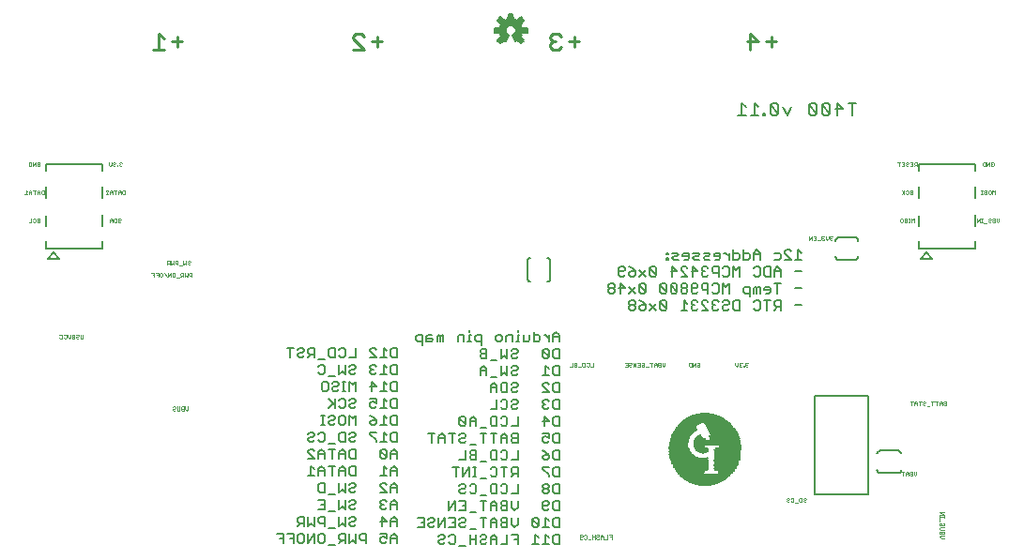
<source format=gbo>
G75*
%MOIN*%
%OFA0B0*%
%FSLAX24Y24*%
%IPPOS*%
%LPD*%
%AMOC8*
5,1,8,0,0,1.08239X$1,22.5*
%
%ADD10C,0.0080*%
%ADD11C,0.0060*%
%ADD12C,0.0110*%
%ADD13C,0.0020*%
%ADD14C,0.0050*%
%ADD15C,0.0059*%
%ADD16R,0.0160X0.0010*%
%ADD17R,0.0360X0.0010*%
%ADD18R,0.0480X0.0010*%
%ADD19R,0.0580X0.0010*%
%ADD20R,0.0660X0.0010*%
%ADD21R,0.0730X0.0010*%
%ADD22R,0.0800X0.0010*%
%ADD23R,0.0860X0.0010*%
%ADD24R,0.0910X0.0010*%
%ADD25R,0.0960X0.0010*%
%ADD26R,0.1010X0.0010*%
%ADD27R,0.1060X0.0010*%
%ADD28R,0.1100X0.0010*%
%ADD29R,0.1140X0.0010*%
%ADD30R,0.1180X0.0010*%
%ADD31R,0.1220X0.0010*%
%ADD32R,0.1260X0.0010*%
%ADD33R,0.1290X0.0010*%
%ADD34R,0.1320X0.0010*%
%ADD35R,0.1360X0.0010*%
%ADD36R,0.1380X0.0010*%
%ADD37R,0.1420X0.0010*%
%ADD38R,0.1440X0.0010*%
%ADD39R,0.1480X0.0010*%
%ADD40R,0.1500X0.0010*%
%ADD41R,0.1530X0.0010*%
%ADD42R,0.1560X0.0010*%
%ADD43R,0.1580X0.0010*%
%ADD44R,0.1610X0.0010*%
%ADD45R,0.1640X0.0010*%
%ADD46R,0.1660X0.0010*%
%ADD47R,0.1680X0.0010*%
%ADD48R,0.1700X0.0010*%
%ADD49R,0.1720X0.0010*%
%ADD50R,0.1750X0.0010*%
%ADD51R,0.1770X0.0010*%
%ADD52R,0.1790X0.0010*%
%ADD53R,0.1810X0.0010*%
%ADD54R,0.1830X0.0010*%
%ADD55R,0.1850X0.0010*%
%ADD56R,0.1870X0.0010*%
%ADD57R,0.1890X0.0010*%
%ADD58R,0.1900X0.0010*%
%ADD59R,0.0490X0.0010*%
%ADD60R,0.0930X0.0010*%
%ADD61R,0.0500X0.0010*%
%ADD62R,0.0940X0.0010*%
%ADD63R,0.0510X0.0010*%
%ADD64R,0.0950X0.0010*%
%ADD65R,0.0520X0.0010*%
%ADD66R,0.0530X0.0010*%
%ADD67R,0.0970X0.0010*%
%ADD68R,0.0980X0.0010*%
%ADD69R,0.0540X0.0010*%
%ADD70R,0.0550X0.0010*%
%ADD71R,0.0990X0.0010*%
%ADD72R,0.0560X0.0010*%
%ADD73R,0.1000X0.0010*%
%ADD74R,0.0570X0.0010*%
%ADD75R,0.1020X0.0010*%
%ADD76R,0.0690X0.0010*%
%ADD77R,0.1130X0.0010*%
%ADD78R,0.0720X0.0010*%
%ADD79R,0.1160X0.0010*%
%ADD80R,0.0740X0.0010*%
%ADD81R,0.0750X0.0010*%
%ADD82R,0.1190X0.0010*%
%ADD83R,0.0770X0.0010*%
%ADD84R,0.1200X0.0010*%
%ADD85R,0.0780X0.0010*%
%ADD86R,0.0790X0.0010*%
%ADD87R,0.1230X0.0010*%
%ADD88R,0.1240X0.0010*%
%ADD89R,0.1250X0.0010*%
%ADD90R,0.0810X0.0010*%
%ADD91R,0.0820X0.0010*%
%ADD92R,0.0830X0.0010*%
%ADD93R,0.1270X0.0010*%
%ADD94R,0.0840X0.0010*%
%ADD95R,0.1280X0.0010*%
%ADD96R,0.0850X0.0010*%
%ADD97R,0.1300X0.0010*%
%ADD98R,0.1310X0.0010*%
%ADD99R,0.0870X0.0010*%
%ADD100R,0.0880X0.0010*%
%ADD101R,0.0890X0.0010*%
%ADD102R,0.1330X0.0010*%
%ADD103R,0.1340X0.0010*%
%ADD104R,0.0900X0.0010*%
%ADD105R,0.1350X0.0010*%
%ADD106R,0.0920X0.0010*%
%ADD107R,0.1370X0.0010*%
%ADD108R,0.0110X0.0010*%
%ADD109R,0.1080X0.0010*%
%ADD110R,0.0060X0.0010*%
%ADD111R,0.1040X0.0010*%
%ADD112R,0.0030X0.0010*%
%ADD113R,0.0070X0.0010*%
%ADD114R,0.0180X0.0010*%
%ADD115R,0.0240X0.0010*%
%ADD116R,0.0280X0.0010*%
%ADD117R,0.0320X0.0010*%
%ADD118R,0.0390X0.0010*%
%ADD119R,0.0410X0.0010*%
%ADD120R,0.0760X0.0010*%
%ADD121R,0.0420X0.0010*%
%ADD122R,0.0430X0.0010*%
%ADD123R,0.0440X0.0010*%
%ADD124R,0.0450X0.0010*%
%ADD125R,0.0460X0.0010*%
%ADD126R,0.0470X0.0010*%
%ADD127R,0.0710X0.0010*%
%ADD128R,0.0700X0.0010*%
%ADD129R,0.0370X0.0010*%
%ADD130R,0.0380X0.0010*%
%ADD131R,0.0680X0.0010*%
%ADD132R,0.1690X0.0010*%
%ADD133R,0.0670X0.0010*%
%ADD134R,0.1670X0.0010*%
%ADD135R,0.1650X0.0010*%
%ADD136R,0.1170X0.0010*%
%ADD137R,0.1150X0.0010*%
%ADD138R,0.1120X0.0010*%
%ADD139R,0.1110X0.0010*%
%ADD140R,0.1090X0.0010*%
%ADD141R,0.1070X0.0010*%
%ADD142R,0.1050X0.0010*%
%ADD143R,0.0400X0.0010*%
%ADD144R,0.0050X0.0010*%
%ADD145R,0.0290X0.0010*%
%ADD146R,0.0270X0.0010*%
%ADD147R,0.0250X0.0010*%
%ADD148R,0.0230X0.0010*%
%ADD149R,0.0220X0.0010*%
%ADD150R,0.0200X0.0010*%
%ADD151R,0.0170X0.0010*%
%ADD152R,0.0150X0.0010*%
%ADD153R,0.0130X0.0010*%
%ADD154R,0.1030X0.0010*%
%ADD155R,0.0080X0.0010*%
%ADD156R,0.0020X0.0010*%
%ADD157R,0.1620X0.0010*%
%ADD158R,0.1600X0.0010*%
%ADD159R,0.1550X0.0010*%
%ADD160R,0.1520X0.0010*%
%ADD161R,0.1470X0.0010*%
%ADD162R,0.1410X0.0010*%
%ADD163R,0.0640X0.0010*%
%ADD164R,0.0310X0.0010*%
D10*
X035860Y026818D02*
X035860Y027468D01*
X035862Y027485D01*
X035866Y027502D01*
X035873Y027518D01*
X035883Y027532D01*
X035896Y027545D01*
X035910Y027555D01*
X035926Y027562D01*
X035943Y027566D01*
X035960Y027568D01*
X036560Y027568D02*
X036577Y027566D01*
X036594Y027562D01*
X036610Y027555D01*
X036624Y027545D01*
X036637Y027532D01*
X036647Y027518D01*
X036654Y027502D01*
X036658Y027485D01*
X036660Y027468D01*
X036660Y026818D01*
X036658Y026801D01*
X036654Y026784D01*
X036647Y026768D01*
X036637Y026754D01*
X036624Y026741D01*
X036610Y026731D01*
X036594Y026724D01*
X036577Y026720D01*
X036560Y026718D01*
X035960Y026718D02*
X035943Y026720D01*
X035926Y026724D01*
X035910Y026731D01*
X035896Y026741D01*
X035883Y026754D01*
X035873Y026768D01*
X035866Y026784D01*
X035862Y026801D01*
X035860Y026818D01*
X043326Y032633D02*
X043606Y032633D01*
X043466Y032633D02*
X043466Y033054D01*
X043606Y032914D01*
X043786Y032633D02*
X044067Y032633D01*
X043926Y032633D02*
X043926Y033054D01*
X044067Y032914D01*
X044227Y032703D02*
X044227Y032633D01*
X044297Y032633D01*
X044297Y032703D01*
X044227Y032703D01*
X044477Y032703D02*
X044477Y032984D01*
X044757Y032703D01*
X044687Y032633D01*
X044547Y032633D01*
X044477Y032703D01*
X044757Y032703D02*
X044757Y032984D01*
X044687Y033054D01*
X044547Y033054D01*
X044477Y032984D01*
X044937Y032914D02*
X045077Y032633D01*
X045218Y032914D01*
X045858Y032984D02*
X046138Y032703D01*
X046068Y032633D01*
X045928Y032633D01*
X045858Y032703D01*
X045858Y032984D01*
X045928Y033054D01*
X046068Y033054D01*
X046138Y032984D01*
X046138Y032703D01*
X046318Y032703D02*
X046318Y032984D01*
X046599Y032703D01*
X046529Y032633D01*
X046389Y032633D01*
X046318Y032703D01*
X046318Y032984D02*
X046389Y033054D01*
X046529Y033054D01*
X046599Y032984D01*
X046599Y032703D01*
X046779Y032843D02*
X047059Y032843D01*
X046849Y033054D01*
X046849Y032633D01*
X047379Y032633D02*
X047379Y033054D01*
X047239Y033054D02*
X047520Y033054D01*
X047512Y028287D02*
X046882Y028287D01*
X046866Y028282D01*
X046850Y028274D01*
X046836Y028264D01*
X046824Y028252D01*
X046814Y028237D01*
X046807Y028221D01*
X046803Y028204D01*
X046802Y028187D01*
X046804Y028169D01*
X046804Y027618D02*
X046802Y027600D01*
X046803Y027583D01*
X046807Y027566D01*
X046814Y027550D01*
X046824Y027535D01*
X046836Y027523D01*
X046850Y027513D01*
X046866Y027505D01*
X046882Y027500D01*
X047512Y027500D01*
X047528Y027505D01*
X047544Y027513D01*
X047558Y027523D01*
X047570Y027535D01*
X047580Y027550D01*
X047587Y027566D01*
X047591Y027583D01*
X047592Y027600D01*
X047590Y027618D01*
X047590Y028169D02*
X047592Y028187D01*
X047591Y028204D01*
X047587Y028221D01*
X047580Y028237D01*
X047570Y028252D01*
X047558Y028264D01*
X047544Y028274D01*
X047528Y028282D01*
X047512Y028287D01*
X048372Y020709D02*
X049022Y020709D01*
X049039Y020707D01*
X049056Y020703D01*
X049072Y020696D01*
X049086Y020686D01*
X049099Y020673D01*
X049109Y020659D01*
X049116Y020643D01*
X049120Y020626D01*
X049122Y020609D01*
X048372Y020709D02*
X048355Y020707D01*
X048338Y020703D01*
X048322Y020696D01*
X048308Y020686D01*
X048295Y020673D01*
X048285Y020659D01*
X048278Y020643D01*
X048274Y020626D01*
X048272Y020609D01*
X048272Y020009D02*
X048274Y019992D01*
X048278Y019975D01*
X048285Y019959D01*
X048295Y019945D01*
X048308Y019932D01*
X048322Y019922D01*
X048338Y019915D01*
X048355Y019911D01*
X048372Y019909D01*
X049022Y019909D01*
X049039Y019911D01*
X049056Y019915D01*
X049072Y019922D01*
X049086Y019932D01*
X049099Y019945D01*
X049109Y019959D01*
X049116Y019975D01*
X049120Y019992D01*
X049122Y020009D01*
D11*
X027178Y017764D02*
X026951Y017764D01*
X027065Y017593D02*
X027178Y017593D01*
X027178Y017423D02*
X027178Y017764D01*
X027320Y017764D02*
X027546Y017764D01*
X027546Y017423D01*
X027688Y017480D02*
X027688Y017707D01*
X027745Y017764D01*
X027858Y017764D01*
X027915Y017707D01*
X027915Y017480D01*
X027858Y017423D01*
X027745Y017423D01*
X027688Y017480D01*
X027546Y017593D02*
X027433Y017593D01*
X027688Y018023D02*
X027801Y018137D01*
X027745Y018137D02*
X027915Y018137D01*
X027915Y018023D02*
X027915Y018364D01*
X027745Y018364D01*
X027688Y018307D01*
X027688Y018193D01*
X027745Y018137D01*
X028056Y018023D02*
X028056Y018364D01*
X028283Y018364D02*
X028283Y018023D01*
X028170Y018137D01*
X028056Y018023D01*
X028056Y017764D02*
X028056Y017423D01*
X028283Y017764D01*
X028283Y017423D01*
X028424Y017480D02*
X028424Y017707D01*
X028481Y017764D01*
X028595Y017764D01*
X028651Y017707D01*
X028651Y017480D01*
X028595Y017423D01*
X028481Y017423D01*
X028424Y017480D01*
X028793Y017367D02*
X029020Y017367D01*
X029161Y017423D02*
X029275Y017537D01*
X029218Y017537D02*
X029388Y017537D01*
X029388Y017423D02*
X029388Y017764D01*
X029218Y017764D01*
X029161Y017707D01*
X029161Y017593D01*
X029218Y017537D01*
X029529Y017423D02*
X029529Y017764D01*
X029756Y017764D02*
X029756Y017423D01*
X029643Y017537D01*
X029529Y017423D01*
X029898Y017593D02*
X029954Y017537D01*
X030125Y017537D01*
X030125Y017423D02*
X030125Y017764D01*
X029954Y017764D01*
X029898Y017707D01*
X029898Y017593D01*
X029700Y018023D02*
X029586Y018023D01*
X029529Y018080D01*
X029529Y018137D01*
X029586Y018193D01*
X029700Y018193D01*
X029756Y018250D01*
X029756Y018307D01*
X029700Y018364D01*
X029586Y018364D01*
X029529Y018307D01*
X029388Y018364D02*
X029388Y018023D01*
X029275Y018137D01*
X029161Y018023D01*
X029161Y018364D01*
X029020Y018567D02*
X028793Y018567D01*
X028651Y018623D02*
X028424Y018623D01*
X028538Y018793D02*
X028651Y018793D01*
X028651Y018623D02*
X028651Y018964D01*
X028424Y018964D01*
X028481Y019223D02*
X028424Y019280D01*
X028424Y019507D01*
X028481Y019564D01*
X028651Y019564D01*
X028651Y019223D01*
X028481Y019223D01*
X028793Y019167D02*
X029020Y019167D01*
X029161Y019223D02*
X029161Y019564D01*
X029388Y019564D02*
X029388Y019223D01*
X029275Y019337D01*
X029161Y019223D01*
X029161Y018964D02*
X029161Y018623D01*
X029275Y018737D01*
X029388Y018623D01*
X029388Y018964D01*
X029529Y018907D02*
X029586Y018964D01*
X029700Y018964D01*
X029756Y018907D01*
X029756Y018850D01*
X029700Y018793D01*
X029586Y018793D01*
X029529Y018737D01*
X029529Y018680D01*
X029586Y018623D01*
X029700Y018623D01*
X029756Y018680D01*
X029756Y018080D02*
X029700Y018023D01*
X029020Y017967D02*
X028793Y017967D01*
X028651Y018023D02*
X028651Y018364D01*
X028481Y018364D01*
X028424Y018307D01*
X028424Y018193D01*
X028481Y018137D01*
X028651Y018137D01*
X029586Y019223D02*
X029700Y019223D01*
X029756Y019280D01*
X029700Y019393D02*
X029586Y019393D01*
X029529Y019337D01*
X029529Y019280D01*
X029586Y019223D01*
X029700Y019393D02*
X029756Y019450D01*
X029756Y019507D01*
X029700Y019564D01*
X029586Y019564D01*
X029529Y019507D01*
X029586Y019823D02*
X029529Y019880D01*
X029529Y020107D01*
X029586Y020164D01*
X029756Y020164D01*
X029756Y019823D01*
X029586Y019823D01*
X029388Y019823D02*
X029388Y020050D01*
X029275Y020164D01*
X029161Y020050D01*
X029161Y019823D01*
X029161Y019993D02*
X029388Y019993D01*
X029020Y020164D02*
X028793Y020164D01*
X028906Y020164D02*
X028906Y019823D01*
X028651Y019823D02*
X028651Y020050D01*
X028538Y020164D01*
X028424Y020050D01*
X028424Y019823D01*
X028283Y019823D02*
X028056Y019823D01*
X028170Y019823D02*
X028170Y020164D01*
X028283Y020050D01*
X028424Y019993D02*
X028651Y019993D01*
X028651Y020423D02*
X028651Y020650D01*
X028538Y020764D01*
X028424Y020650D01*
X028424Y020423D01*
X028283Y020423D02*
X028056Y020650D01*
X028056Y020707D01*
X028113Y020764D01*
X028226Y020764D01*
X028283Y020707D01*
X028424Y020593D02*
X028651Y020593D01*
X028793Y020764D02*
X029020Y020764D01*
X028906Y020764D02*
X028906Y020423D01*
X029161Y020423D02*
X029161Y020650D01*
X029275Y020764D01*
X029388Y020650D01*
X029388Y020423D01*
X029529Y020480D02*
X029529Y020707D01*
X029586Y020764D01*
X029756Y020764D01*
X029756Y020423D01*
X029586Y020423D01*
X029529Y020480D01*
X029388Y020593D02*
X029161Y020593D01*
X029020Y020967D02*
X028793Y020967D01*
X028651Y021080D02*
X028595Y021023D01*
X028481Y021023D01*
X028424Y021080D01*
X028283Y021080D02*
X028226Y021023D01*
X028113Y021023D01*
X028056Y021080D01*
X028056Y021137D01*
X028113Y021193D01*
X028226Y021193D01*
X028283Y021250D01*
X028283Y021307D01*
X028226Y021364D01*
X028113Y021364D01*
X028056Y021307D01*
X028424Y021307D02*
X028481Y021364D01*
X028595Y021364D01*
X028651Y021307D01*
X028651Y021080D01*
X029161Y021080D02*
X029161Y021307D01*
X029218Y021364D01*
X029388Y021364D01*
X029388Y021023D01*
X029218Y021023D01*
X029161Y021080D01*
X029529Y021080D02*
X029586Y021023D01*
X029700Y021023D01*
X029756Y021080D01*
X029700Y021193D02*
X029586Y021193D01*
X029529Y021137D01*
X029529Y021080D01*
X029700Y021193D02*
X029756Y021250D01*
X029756Y021307D01*
X029700Y021364D01*
X029586Y021364D01*
X029529Y021307D01*
X029529Y021623D02*
X029529Y021964D01*
X029643Y021850D01*
X029756Y021964D01*
X029756Y021623D01*
X029388Y021680D02*
X029388Y021907D01*
X029331Y021964D01*
X029218Y021964D01*
X029161Y021907D01*
X029161Y021680D01*
X029218Y021623D01*
X029331Y021623D01*
X029388Y021680D01*
X029020Y021680D02*
X028963Y021623D01*
X028849Y021623D01*
X028793Y021680D01*
X028793Y021737D01*
X028849Y021793D01*
X028963Y021793D01*
X029020Y021850D01*
X029020Y021907D01*
X028963Y021964D01*
X028849Y021964D01*
X028793Y021907D01*
X028651Y021964D02*
X028538Y021964D01*
X028595Y021964D02*
X028595Y021623D01*
X028651Y021623D02*
X028538Y021623D01*
X028793Y022223D02*
X028963Y022393D01*
X029020Y022337D02*
X028793Y022564D01*
X029020Y022564D02*
X029020Y022223D01*
X029161Y022280D02*
X029218Y022223D01*
X029331Y022223D01*
X029388Y022280D01*
X029388Y022507D01*
X029331Y022564D01*
X029218Y022564D01*
X029161Y022507D01*
X029086Y022823D02*
X028972Y022823D01*
X028916Y022880D01*
X028916Y022937D01*
X028972Y022993D01*
X029086Y022993D01*
X029142Y023050D01*
X029142Y023107D01*
X029086Y023164D01*
X028972Y023164D01*
X028916Y023107D01*
X028774Y023107D02*
X028774Y022880D01*
X028717Y022823D01*
X028604Y022823D01*
X028547Y022880D01*
X028547Y023107D01*
X028604Y023164D01*
X028717Y023164D01*
X028774Y023107D01*
X028793Y023367D02*
X029020Y023367D01*
X029161Y023423D02*
X029161Y023764D01*
X029388Y023764D02*
X029388Y023423D01*
X029275Y023537D01*
X029161Y023423D01*
X029275Y023164D02*
X029388Y023164D01*
X029331Y023164D02*
X029331Y022823D01*
X029275Y022823D02*
X029388Y022823D01*
X029529Y022823D02*
X029529Y023164D01*
X029643Y023050D01*
X029756Y023164D01*
X029756Y022823D01*
X029700Y022564D02*
X029586Y022564D01*
X029529Y022507D01*
X029586Y022393D02*
X029529Y022337D01*
X029529Y022280D01*
X029586Y022223D01*
X029700Y022223D01*
X029756Y022280D01*
X029700Y022393D02*
X029586Y022393D01*
X029700Y022393D02*
X029756Y022450D01*
X029756Y022507D01*
X029700Y022564D01*
X030266Y022564D02*
X030493Y022564D01*
X030493Y022393D01*
X030379Y022450D01*
X030323Y022450D01*
X030266Y022393D01*
X030266Y022280D01*
X030323Y022223D01*
X030436Y022223D01*
X030493Y022280D01*
X030634Y022223D02*
X030861Y022223D01*
X030748Y022223D02*
X030748Y022564D01*
X030861Y022450D01*
X031003Y022507D02*
X031059Y022564D01*
X031230Y022564D01*
X031230Y022223D01*
X031059Y022223D01*
X031003Y022280D01*
X031003Y022507D01*
X031059Y022823D02*
X031003Y022880D01*
X031003Y023107D01*
X031059Y023164D01*
X031230Y023164D01*
X031230Y022823D01*
X031059Y022823D01*
X030861Y022823D02*
X030634Y022823D01*
X030748Y022823D02*
X030748Y023164D01*
X030861Y023050D01*
X030493Y022993D02*
X030323Y023164D01*
X030323Y022823D01*
X030266Y022993D02*
X030493Y022993D01*
X030436Y023423D02*
X030493Y023480D01*
X030436Y023423D02*
X030323Y023423D01*
X030266Y023480D01*
X030266Y023537D01*
X030323Y023593D01*
X030379Y023593D01*
X030323Y023593D02*
X030266Y023650D01*
X030266Y023707D01*
X030323Y023764D01*
X030436Y023764D01*
X030493Y023707D01*
X030748Y023764D02*
X030748Y023423D01*
X030861Y023423D02*
X030634Y023423D01*
X030861Y023650D02*
X030748Y023764D01*
X030748Y024023D02*
X030748Y024364D01*
X030861Y024250D01*
X031003Y024307D02*
X031059Y024364D01*
X031230Y024364D01*
X031230Y024023D01*
X031059Y024023D01*
X031003Y024080D01*
X031003Y024307D01*
X030861Y024023D02*
X030634Y024023D01*
X030493Y024023D02*
X030266Y024250D01*
X030266Y024307D01*
X030323Y024364D01*
X030436Y024364D01*
X030493Y024307D01*
X030493Y024023D02*
X030266Y024023D01*
X029756Y024023D02*
X029529Y024023D01*
X029388Y024080D02*
X029331Y024023D01*
X029218Y024023D01*
X029161Y024080D01*
X029020Y024023D02*
X028849Y024023D01*
X028793Y024080D01*
X028793Y024307D01*
X028849Y024364D01*
X029020Y024364D01*
X029020Y024023D01*
X029161Y024307D02*
X029218Y024364D01*
X029331Y024364D01*
X029388Y024307D01*
X029388Y024080D01*
X029756Y024023D02*
X029756Y024364D01*
X029700Y023764D02*
X029586Y023764D01*
X029529Y023707D01*
X029586Y023593D02*
X029529Y023537D01*
X029529Y023480D01*
X029586Y023423D01*
X029700Y023423D01*
X029756Y023480D01*
X029700Y023593D02*
X029586Y023593D01*
X029700Y023593D02*
X029756Y023650D01*
X029756Y023707D01*
X029700Y023764D01*
X029142Y022880D02*
X029086Y022823D01*
X028595Y023423D02*
X028481Y023423D01*
X028424Y023480D01*
X028595Y023423D02*
X028651Y023480D01*
X028651Y023707D01*
X028595Y023764D01*
X028481Y023764D01*
X028424Y023707D01*
X028424Y023967D02*
X028651Y023967D01*
X028283Y024023D02*
X028283Y024364D01*
X028113Y024364D01*
X028056Y024307D01*
X028056Y024193D01*
X028113Y024137D01*
X028283Y024137D01*
X028170Y024137D02*
X028056Y024023D01*
X027915Y024080D02*
X027858Y024023D01*
X027745Y024023D01*
X027688Y024080D01*
X027688Y024137D01*
X027745Y024193D01*
X027858Y024193D01*
X027915Y024250D01*
X027915Y024307D01*
X027858Y024364D01*
X027745Y024364D01*
X027688Y024307D01*
X027546Y024364D02*
X027320Y024364D01*
X027433Y024364D02*
X027433Y024023D01*
X030266Y021964D02*
X030379Y021907D01*
X030493Y021793D01*
X030323Y021793D01*
X030266Y021737D01*
X030266Y021680D01*
X030323Y021623D01*
X030436Y021623D01*
X030493Y021680D01*
X030493Y021793D01*
X030634Y021623D02*
X030861Y021623D01*
X030748Y021623D02*
X030748Y021964D01*
X030861Y021850D01*
X031003Y021907D02*
X031059Y021964D01*
X031230Y021964D01*
X031230Y021623D01*
X031059Y021623D01*
X031003Y021680D01*
X031003Y021907D01*
X031059Y021364D02*
X031230Y021364D01*
X031230Y021023D01*
X031059Y021023D01*
X031003Y021080D01*
X031003Y021307D01*
X031059Y021364D01*
X030861Y021250D02*
X030748Y021364D01*
X030748Y021023D01*
X030861Y021023D02*
X030634Y021023D01*
X030493Y021023D02*
X030493Y021080D01*
X030266Y021307D01*
X030266Y021364D01*
X030493Y021364D01*
X030691Y020764D02*
X030634Y020707D01*
X030861Y020480D01*
X030804Y020423D01*
X030691Y020423D01*
X030634Y020480D01*
X030634Y020707D01*
X030691Y020764D02*
X030804Y020764D01*
X030861Y020707D01*
X030861Y020480D01*
X031003Y020423D02*
X031003Y020650D01*
X031116Y020764D01*
X031230Y020650D01*
X031230Y020423D01*
X031230Y020593D02*
X031003Y020593D01*
X031116Y020164D02*
X031003Y020050D01*
X031003Y019823D01*
X030861Y019823D02*
X030634Y019823D01*
X030748Y019823D02*
X030748Y020164D01*
X030861Y020050D01*
X031003Y019993D02*
X031230Y019993D01*
X031230Y020050D02*
X031116Y020164D01*
X031230Y020050D02*
X031230Y019823D01*
X031116Y019564D02*
X031003Y019450D01*
X031003Y019223D01*
X030861Y019223D02*
X030634Y019450D01*
X030634Y019507D01*
X030691Y019564D01*
X030804Y019564D01*
X030861Y019507D01*
X031003Y019393D02*
X031230Y019393D01*
X031230Y019450D02*
X031116Y019564D01*
X031230Y019450D02*
X031230Y019223D01*
X031116Y018964D02*
X031003Y018850D01*
X031003Y018623D01*
X030861Y018680D02*
X030804Y018623D01*
X030691Y018623D01*
X030634Y018680D01*
X030634Y018737D01*
X030691Y018793D01*
X030748Y018793D01*
X030691Y018793D02*
X030634Y018850D01*
X030634Y018907D01*
X030691Y018964D01*
X030804Y018964D01*
X030861Y018907D01*
X031003Y018793D02*
X031230Y018793D01*
X031230Y018850D02*
X031116Y018964D01*
X031230Y018850D02*
X031230Y018623D01*
X031116Y018364D02*
X031003Y018250D01*
X031003Y018023D01*
X031003Y018193D02*
X031230Y018193D01*
X031230Y018250D02*
X031116Y018364D01*
X031230Y018250D02*
X031230Y018023D01*
X031116Y017764D02*
X031003Y017650D01*
X031003Y017423D01*
X030861Y017480D02*
X030804Y017423D01*
X030691Y017423D01*
X030634Y017480D01*
X030634Y017593D01*
X030691Y017650D01*
X030748Y017650D01*
X030861Y017593D01*
X030861Y017764D01*
X030634Y017764D01*
X030691Y018023D02*
X030691Y018364D01*
X030861Y018193D01*
X030634Y018193D01*
X031116Y017764D02*
X031230Y017650D01*
X031230Y017423D01*
X031230Y017593D02*
X031003Y017593D01*
X031965Y017986D02*
X032191Y017986D01*
X032191Y018326D01*
X031965Y018326D01*
X032078Y018156D02*
X032191Y018156D01*
X032333Y018099D02*
X032333Y018043D01*
X032390Y017986D01*
X032503Y017986D01*
X032560Y018043D01*
X032503Y018156D02*
X032390Y018156D01*
X032333Y018099D01*
X032333Y018269D02*
X032390Y018326D01*
X032503Y018326D01*
X032560Y018269D01*
X032560Y018213D01*
X032503Y018156D01*
X032701Y017986D02*
X032701Y018326D01*
X032928Y018326D02*
X032701Y017986D01*
X032928Y017986D02*
X032928Y018326D01*
X033070Y018326D02*
X033296Y018326D01*
X033296Y017986D01*
X033070Y017986D01*
X033183Y018156D02*
X033296Y018156D01*
X033438Y018099D02*
X033438Y018043D01*
X033495Y017986D01*
X033608Y017986D01*
X033665Y018043D01*
X033608Y018156D02*
X033495Y018156D01*
X033438Y018099D01*
X033438Y018269D02*
X033495Y018326D01*
X033608Y018326D01*
X033665Y018269D01*
X033665Y018213D01*
X033608Y018156D01*
X033806Y017929D02*
X034033Y017929D01*
X034033Y017726D02*
X034033Y017386D01*
X034174Y017443D02*
X034231Y017386D01*
X034345Y017386D01*
X034401Y017443D01*
X034345Y017556D02*
X034231Y017556D01*
X034174Y017499D01*
X034174Y017443D01*
X034033Y017556D02*
X033806Y017556D01*
X033806Y017726D02*
X033806Y017386D01*
X033665Y017329D02*
X033438Y017329D01*
X033296Y017443D02*
X033240Y017386D01*
X033126Y017386D01*
X033070Y017443D01*
X032928Y017443D02*
X032871Y017386D01*
X032758Y017386D01*
X032701Y017443D01*
X032701Y017499D01*
X032758Y017556D01*
X032871Y017556D01*
X032928Y017613D01*
X032928Y017669D01*
X032871Y017726D01*
X032758Y017726D01*
X032701Y017669D01*
X033070Y017669D02*
X033126Y017726D01*
X033240Y017726D01*
X033296Y017669D01*
X033296Y017443D01*
X034174Y017669D02*
X034231Y017726D01*
X034345Y017726D01*
X034401Y017669D01*
X034401Y017613D01*
X034345Y017556D01*
X034543Y017556D02*
X034770Y017556D01*
X034770Y017613D02*
X034656Y017726D01*
X034543Y017613D01*
X034543Y017386D01*
X034770Y017386D02*
X034770Y017613D01*
X034911Y017386D02*
X035138Y017386D01*
X035138Y017726D01*
X035279Y017726D02*
X035506Y017726D01*
X035506Y017386D01*
X035506Y017556D02*
X035393Y017556D01*
X035393Y017986D02*
X035279Y018099D01*
X035279Y018326D01*
X035138Y018326D02*
X034968Y018326D01*
X034911Y018269D01*
X034911Y018213D01*
X034968Y018156D01*
X035138Y018156D01*
X035138Y017986D02*
X035138Y018326D01*
X034968Y018156D02*
X034911Y018099D01*
X034911Y018043D01*
X034968Y017986D01*
X035138Y017986D01*
X035393Y017986D02*
X035506Y018099D01*
X035506Y018326D01*
X035393Y018586D02*
X035279Y018699D01*
X035279Y018926D01*
X035138Y018926D02*
X035138Y018586D01*
X034968Y018586D01*
X034911Y018643D01*
X034911Y018699D01*
X034968Y018756D01*
X035138Y018756D01*
X035138Y018926D02*
X034968Y018926D01*
X034911Y018869D01*
X034911Y018813D01*
X034968Y018756D01*
X034770Y018756D02*
X034543Y018756D01*
X034543Y018813D02*
X034543Y018586D01*
X034770Y018586D02*
X034770Y018813D01*
X034656Y018926D01*
X034543Y018813D01*
X034401Y018926D02*
X034174Y018926D01*
X034288Y018926D02*
X034288Y018586D01*
X034288Y018326D02*
X034288Y017986D01*
X034543Y017986D02*
X034543Y018213D01*
X034656Y018326D01*
X034770Y018213D01*
X034770Y017986D01*
X034770Y018156D02*
X034543Y018156D01*
X034401Y018326D02*
X034174Y018326D01*
X034033Y018529D02*
X033806Y018529D01*
X033665Y018586D02*
X033438Y018586D01*
X033296Y018586D02*
X033296Y018926D01*
X033070Y018586D01*
X033070Y018926D01*
X033438Y018926D02*
X033665Y018926D01*
X033665Y018586D01*
X033665Y018756D02*
X033551Y018756D01*
X033495Y019186D02*
X033608Y019186D01*
X033665Y019243D01*
X033608Y019356D02*
X033495Y019356D01*
X033438Y019299D01*
X033438Y019243D01*
X033495Y019186D01*
X033608Y019356D02*
X033665Y019413D01*
X033665Y019469D01*
X033608Y019526D01*
X033495Y019526D01*
X033438Y019469D01*
X033561Y019786D02*
X033561Y020126D01*
X033419Y020126D02*
X033192Y020126D01*
X033306Y020126D02*
X033306Y019786D01*
X033561Y019786D02*
X033787Y020126D01*
X033787Y019786D01*
X033920Y019786D02*
X034033Y019786D01*
X033976Y019786D02*
X033976Y020126D01*
X033920Y020126D02*
X034033Y020126D01*
X034174Y020329D02*
X034401Y020329D01*
X034543Y020443D02*
X034543Y020669D01*
X034599Y020726D01*
X034770Y020726D01*
X034770Y020386D01*
X034599Y020386D01*
X034543Y020443D01*
X034599Y020126D02*
X034713Y020126D01*
X034770Y020069D01*
X034770Y019843D01*
X034713Y019786D01*
X034599Y019786D01*
X034543Y019843D01*
X034401Y019729D02*
X034174Y019729D01*
X033976Y019526D02*
X033863Y019526D01*
X033806Y019469D01*
X033976Y019526D02*
X034033Y019469D01*
X034033Y019243D01*
X033976Y019186D01*
X033863Y019186D01*
X033806Y019243D01*
X034174Y019129D02*
X034401Y019129D01*
X034543Y019243D02*
X034543Y019469D01*
X034599Y019526D01*
X034770Y019526D01*
X034770Y019186D01*
X034599Y019186D01*
X034543Y019243D01*
X034911Y019243D02*
X034968Y019186D01*
X035081Y019186D01*
X035138Y019243D01*
X035138Y019469D01*
X035081Y019526D01*
X034968Y019526D01*
X034911Y019469D01*
X035025Y019786D02*
X035025Y020126D01*
X035138Y020126D02*
X034911Y020126D01*
X034968Y020386D02*
X034911Y020443D01*
X034968Y020386D02*
X035081Y020386D01*
X035138Y020443D01*
X035138Y020669D01*
X035081Y020726D01*
X034968Y020726D01*
X034911Y020669D01*
X034911Y020986D02*
X034911Y021213D01*
X035025Y021326D01*
X035138Y021213D01*
X035138Y020986D01*
X035279Y021043D02*
X035336Y020986D01*
X035506Y020986D01*
X035506Y021326D01*
X035336Y021326D01*
X035279Y021269D01*
X035279Y021213D01*
X035336Y021156D01*
X035506Y021156D01*
X035336Y021156D02*
X035279Y021099D01*
X035279Y021043D01*
X035138Y021156D02*
X034911Y021156D01*
X034770Y021326D02*
X034543Y021326D01*
X034656Y021326D02*
X034656Y020986D01*
X034288Y020986D02*
X034288Y021326D01*
X034401Y021326D02*
X034174Y021326D01*
X034174Y021529D02*
X034401Y021529D01*
X034543Y021643D02*
X034543Y021869D01*
X034599Y021926D01*
X034770Y021926D01*
X034770Y021586D01*
X034599Y021586D01*
X034543Y021643D01*
X034911Y021643D02*
X034968Y021586D01*
X035081Y021586D01*
X035138Y021643D01*
X035138Y021869D01*
X035081Y021926D01*
X034968Y021926D01*
X034911Y021869D01*
X034968Y022186D02*
X034911Y022243D01*
X034968Y022186D02*
X035081Y022186D01*
X035138Y022243D01*
X035138Y022469D01*
X035081Y022526D01*
X034968Y022526D01*
X034911Y022469D01*
X034770Y022526D02*
X034770Y022186D01*
X034543Y022186D01*
X034033Y021813D02*
X033920Y021926D01*
X033806Y021813D01*
X033806Y021586D01*
X033665Y021643D02*
X033438Y021869D01*
X033438Y021643D01*
X033495Y021586D01*
X033608Y021586D01*
X033665Y021643D01*
X033665Y021869D01*
X033608Y021926D01*
X033495Y021926D01*
X033438Y021869D01*
X033806Y021756D02*
X034033Y021756D01*
X034033Y021813D02*
X034033Y021586D01*
X033665Y021269D02*
X033665Y021213D01*
X033608Y021156D01*
X033495Y021156D01*
X033438Y021099D01*
X033438Y021043D01*
X033495Y020986D01*
X033608Y020986D01*
X033665Y021043D01*
X033806Y020929D02*
X034033Y020929D01*
X034033Y020726D02*
X033863Y020726D01*
X033806Y020669D01*
X033806Y020613D01*
X033863Y020556D01*
X034033Y020556D01*
X034033Y020386D02*
X034033Y020726D01*
X033863Y020556D02*
X033806Y020499D01*
X033806Y020443D01*
X033863Y020386D01*
X034033Y020386D01*
X033665Y020386D02*
X033665Y020726D01*
X033665Y020386D02*
X033438Y020386D01*
X033183Y020986D02*
X033183Y021326D01*
X033296Y021326D02*
X033070Y021326D01*
X032928Y021213D02*
X032815Y021326D01*
X032701Y021213D01*
X032701Y020986D01*
X032701Y021156D02*
X032928Y021156D01*
X032928Y021213D02*
X032928Y020986D01*
X032446Y020986D02*
X032446Y021326D01*
X032333Y021326D02*
X032560Y021326D01*
X033438Y021269D02*
X033495Y021326D01*
X033608Y021326D01*
X033665Y021269D01*
X034599Y020126D02*
X034543Y020069D01*
X035279Y020069D02*
X035336Y020126D01*
X035506Y020126D01*
X035506Y019786D01*
X035506Y019899D02*
X035336Y019899D01*
X035279Y019956D01*
X035279Y020069D01*
X035393Y019899D02*
X035279Y019786D01*
X035506Y019526D02*
X035506Y019186D01*
X035279Y019186D01*
X035506Y018926D02*
X035506Y018699D01*
X035393Y018586D01*
X036016Y018269D02*
X036243Y018043D01*
X036186Y017986D01*
X036073Y017986D01*
X036016Y018043D01*
X036016Y018269D01*
X036073Y018326D01*
X036186Y018326D01*
X036243Y018269D01*
X036243Y018043D01*
X036384Y017986D02*
X036611Y017986D01*
X036498Y017986D02*
X036498Y018326D01*
X036611Y018213D01*
X036753Y018269D02*
X036809Y018326D01*
X036980Y018326D01*
X036980Y017986D01*
X036809Y017986D01*
X036753Y018043D01*
X036753Y018269D01*
X036809Y018586D02*
X036753Y018643D01*
X036753Y018869D01*
X036809Y018926D01*
X036980Y018926D01*
X036980Y018586D01*
X036809Y018586D01*
X036611Y018643D02*
X036554Y018586D01*
X036441Y018586D01*
X036384Y018643D01*
X036384Y018869D01*
X036441Y018926D01*
X036554Y018926D01*
X036611Y018869D01*
X036611Y018813D01*
X036554Y018756D01*
X036384Y018756D01*
X036441Y019186D02*
X036554Y019186D01*
X036611Y019243D01*
X036611Y019299D01*
X036554Y019356D01*
X036441Y019356D01*
X036384Y019299D01*
X036384Y019243D01*
X036441Y019186D01*
X036441Y019356D02*
X036384Y019413D01*
X036384Y019469D01*
X036441Y019526D01*
X036554Y019526D01*
X036611Y019469D01*
X036611Y019413D01*
X036554Y019356D01*
X036753Y019469D02*
X036809Y019526D01*
X036980Y019526D01*
X036980Y019186D01*
X036809Y019186D01*
X036753Y019243D01*
X036753Y019469D01*
X036809Y019786D02*
X036753Y019843D01*
X036753Y020069D01*
X036809Y020126D01*
X036980Y020126D01*
X036980Y019786D01*
X036809Y019786D01*
X036611Y019786D02*
X036611Y019843D01*
X036384Y020069D01*
X036384Y020126D01*
X036611Y020126D01*
X036554Y020386D02*
X036441Y020386D01*
X036384Y020443D01*
X036384Y020499D01*
X036441Y020556D01*
X036611Y020556D01*
X036611Y020443D01*
X036554Y020386D01*
X036611Y020556D02*
X036498Y020669D01*
X036384Y020726D01*
X036441Y020986D02*
X036554Y020986D01*
X036611Y021043D01*
X036611Y021156D02*
X036498Y021213D01*
X036441Y021213D01*
X036384Y021156D01*
X036384Y021043D01*
X036441Y020986D01*
X036611Y021156D02*
X036611Y021326D01*
X036384Y021326D01*
X036441Y021586D02*
X036441Y021926D01*
X036611Y021756D01*
X036384Y021756D01*
X036753Y021643D02*
X036753Y021869D01*
X036809Y021926D01*
X036980Y021926D01*
X036980Y021586D01*
X036809Y021586D01*
X036753Y021643D01*
X036809Y021326D02*
X036980Y021326D01*
X036980Y020986D01*
X036809Y020986D01*
X036753Y021043D01*
X036753Y021269D01*
X036809Y021326D01*
X036809Y020726D02*
X036980Y020726D01*
X036980Y020386D01*
X036809Y020386D01*
X036753Y020443D01*
X036753Y020669D01*
X036809Y020726D01*
X035506Y020726D02*
X035506Y020386D01*
X035279Y020386D01*
X035279Y021586D02*
X035506Y021586D01*
X035506Y021926D01*
X035450Y022186D02*
X035506Y022243D01*
X035450Y022186D02*
X035336Y022186D01*
X035279Y022243D01*
X035279Y022299D01*
X035336Y022356D01*
X035450Y022356D01*
X035506Y022413D01*
X035506Y022469D01*
X035450Y022526D01*
X035336Y022526D01*
X035279Y022469D01*
X035336Y022786D02*
X035450Y022786D01*
X035506Y022843D01*
X035450Y022956D02*
X035336Y022956D01*
X035279Y022899D01*
X035279Y022843D01*
X035336Y022786D01*
X035138Y022786D02*
X034968Y022786D01*
X034911Y022843D01*
X034911Y023069D01*
X034968Y023126D01*
X035138Y023126D01*
X035138Y022786D01*
X035279Y023069D02*
X035336Y023126D01*
X035450Y023126D01*
X035506Y023069D01*
X035506Y023013D01*
X035450Y022956D01*
X035450Y023386D02*
X035506Y023443D01*
X035450Y023386D02*
X035336Y023386D01*
X035279Y023443D01*
X035279Y023499D01*
X035336Y023556D01*
X035450Y023556D01*
X035506Y023613D01*
X035506Y023669D01*
X035450Y023726D01*
X035336Y023726D01*
X035279Y023669D01*
X035138Y023726D02*
X035138Y023386D01*
X035025Y023499D01*
X034911Y023386D01*
X034911Y023726D01*
X034770Y023929D02*
X034543Y023929D01*
X034401Y023986D02*
X034401Y024326D01*
X034231Y024326D01*
X034174Y024269D01*
X034174Y024213D01*
X034231Y024156D01*
X034401Y024156D01*
X034231Y024156D02*
X034174Y024099D01*
X034174Y024043D01*
X034231Y023986D01*
X034401Y023986D01*
X034288Y023726D02*
X034174Y023613D01*
X034174Y023386D01*
X034174Y023556D02*
X034401Y023556D01*
X034401Y023613D02*
X034401Y023386D01*
X034543Y023329D02*
X034770Y023329D01*
X034656Y023126D02*
X034543Y023013D01*
X034543Y022786D01*
X034543Y022956D02*
X034770Y022956D01*
X034770Y023013D02*
X034656Y023126D01*
X034770Y023013D02*
X034770Y022786D01*
X034401Y023613D02*
X034288Y023726D01*
X034911Y023986D02*
X034911Y024326D01*
X035138Y024326D02*
X035138Y023986D01*
X035025Y024099D01*
X034911Y023986D01*
X035279Y024043D02*
X035336Y023986D01*
X035450Y023986D01*
X035506Y024043D01*
X035450Y024156D02*
X035336Y024156D01*
X035279Y024099D01*
X035279Y024043D01*
X035450Y024156D02*
X035506Y024213D01*
X035506Y024269D01*
X035450Y024326D01*
X035336Y024326D01*
X035279Y024269D01*
X035322Y024586D02*
X035322Y024813D01*
X035152Y024813D01*
X035095Y024756D01*
X035095Y024586D01*
X034954Y024643D02*
X034897Y024586D01*
X034784Y024586D01*
X034727Y024643D01*
X034727Y024756D01*
X034784Y024813D01*
X034897Y024813D01*
X034954Y024756D01*
X034954Y024643D01*
X035454Y024586D02*
X035568Y024586D01*
X035511Y024586D02*
X035511Y024813D01*
X035568Y024813D01*
X035511Y024926D02*
X035511Y024983D01*
X035709Y024813D02*
X035709Y024586D01*
X035879Y024586D01*
X035936Y024643D01*
X035936Y024813D01*
X036077Y024813D02*
X036248Y024813D01*
X036304Y024756D01*
X036304Y024643D01*
X036248Y024586D01*
X036077Y024586D01*
X036077Y024926D01*
X036441Y024813D02*
X036498Y024813D01*
X036611Y024699D01*
X036611Y024586D02*
X036611Y024813D01*
X036753Y024813D02*
X036753Y024586D01*
X036753Y024756D02*
X036980Y024756D01*
X036980Y024813D02*
X036866Y024926D01*
X036753Y024813D01*
X036980Y024813D02*
X036980Y024586D01*
X036980Y024326D02*
X036809Y024326D01*
X036753Y024269D01*
X036753Y024043D01*
X036809Y023986D01*
X036980Y023986D01*
X036980Y024326D01*
X036611Y024269D02*
X036554Y024326D01*
X036441Y024326D01*
X036384Y024269D01*
X036611Y024043D01*
X036554Y023986D01*
X036441Y023986D01*
X036384Y024043D01*
X036384Y024269D01*
X036611Y024269D02*
X036611Y024043D01*
X036498Y023726D02*
X036498Y023386D01*
X036611Y023386D02*
X036384Y023386D01*
X036441Y023126D02*
X036554Y023126D01*
X036611Y023069D01*
X036753Y023069D02*
X036809Y023126D01*
X036980Y023126D01*
X036980Y022786D01*
X036809Y022786D01*
X036753Y022843D01*
X036753Y023069D01*
X036611Y022786D02*
X036384Y023013D01*
X036384Y023069D01*
X036441Y023126D01*
X036384Y022786D02*
X036611Y022786D01*
X036554Y022526D02*
X036441Y022526D01*
X036384Y022469D01*
X036384Y022413D01*
X036441Y022356D01*
X036384Y022299D01*
X036384Y022243D01*
X036441Y022186D01*
X036554Y022186D01*
X036611Y022243D01*
X036753Y022243D02*
X036753Y022469D01*
X036809Y022526D01*
X036980Y022526D01*
X036980Y022186D01*
X036809Y022186D01*
X036753Y022243D01*
X036611Y022469D02*
X036554Y022526D01*
X036498Y022356D02*
X036441Y022356D01*
X036809Y023386D02*
X036753Y023443D01*
X036753Y023669D01*
X036809Y023726D01*
X036980Y023726D01*
X036980Y023386D01*
X036809Y023386D01*
X036611Y023613D02*
X036498Y023726D01*
X034217Y024472D02*
X034217Y024813D01*
X034047Y024813D01*
X033990Y024756D01*
X033990Y024643D01*
X034047Y024586D01*
X034217Y024586D01*
X033849Y024586D02*
X033735Y024586D01*
X033792Y024586D02*
X033792Y024813D01*
X033849Y024813D01*
X033792Y024926D02*
X033792Y024983D01*
X033603Y024813D02*
X033433Y024813D01*
X033376Y024756D01*
X033376Y024586D01*
X033603Y024586D02*
X033603Y024813D01*
X032867Y024813D02*
X032810Y024813D01*
X032753Y024756D01*
X032697Y024813D01*
X032640Y024756D01*
X032640Y024586D01*
X032753Y024586D02*
X032753Y024756D01*
X032867Y024813D02*
X032867Y024586D01*
X032498Y024643D02*
X032442Y024699D01*
X032271Y024699D01*
X032271Y024756D02*
X032271Y024586D01*
X032442Y024586D01*
X032498Y024643D01*
X032442Y024813D02*
X032328Y024813D01*
X032271Y024756D01*
X032130Y024813D02*
X031960Y024813D01*
X031903Y024756D01*
X031903Y024643D01*
X031960Y024586D01*
X032130Y024586D01*
X032130Y024472D02*
X032130Y024813D01*
X031230Y023764D02*
X031059Y023764D01*
X031003Y023707D01*
X031003Y023480D01*
X031059Y023423D01*
X031230Y023423D01*
X031230Y023764D01*
X028283Y020423D02*
X028056Y020423D01*
X030634Y019223D02*
X030861Y019223D01*
X036016Y017386D02*
X036243Y017386D01*
X036129Y017386D02*
X036129Y017726D01*
X036243Y017613D01*
X036384Y017386D02*
X036611Y017386D01*
X036498Y017386D02*
X036498Y017726D01*
X036611Y017613D01*
X036753Y017669D02*
X036809Y017726D01*
X036980Y017726D01*
X036980Y017386D01*
X036809Y017386D01*
X036753Y017443D01*
X036753Y017669D01*
X039523Y025706D02*
X039636Y025706D01*
X039693Y025762D01*
X039693Y025819D01*
X039636Y025876D01*
X039523Y025876D01*
X039466Y025819D01*
X039466Y025762D01*
X039523Y025706D01*
X039523Y025876D02*
X039466Y025932D01*
X039466Y025989D01*
X039523Y026046D01*
X039636Y026046D01*
X039693Y025989D01*
X039693Y025932D01*
X039636Y025876D01*
X039834Y025819D02*
X039891Y025876D01*
X040061Y025876D01*
X040061Y025762D01*
X040004Y025706D01*
X039891Y025706D01*
X039834Y025762D01*
X039834Y025819D01*
X039948Y025989D02*
X040061Y025876D01*
X040203Y025932D02*
X040429Y025706D01*
X040571Y025762D02*
X040628Y025706D01*
X040741Y025706D01*
X040798Y025762D01*
X040571Y025989D01*
X040571Y025762D01*
X040429Y025932D02*
X040203Y025706D01*
X039948Y025989D02*
X039834Y026046D01*
X039891Y026306D02*
X040004Y026306D01*
X040061Y026362D01*
X039834Y026589D01*
X039834Y026362D01*
X039891Y026306D01*
X040061Y026362D02*
X040061Y026589D01*
X040004Y026646D01*
X039891Y026646D01*
X039834Y026589D01*
X039693Y026532D02*
X039466Y026306D01*
X039324Y026476D02*
X039154Y026646D01*
X039154Y026306D01*
X039098Y026476D02*
X039324Y026476D01*
X039466Y026532D02*
X039693Y026306D01*
X039636Y026906D02*
X039523Y026906D01*
X039466Y026962D01*
X039466Y027019D01*
X039523Y027076D01*
X039693Y027076D01*
X039693Y026962D01*
X039636Y026906D01*
X039693Y027076D02*
X039579Y027189D01*
X039466Y027246D01*
X039324Y027189D02*
X039324Y027132D01*
X039268Y027076D01*
X039098Y027076D01*
X039098Y027189D02*
X039154Y027246D01*
X039268Y027246D01*
X039324Y027189D01*
X039098Y027189D02*
X039098Y026962D01*
X039154Y026906D01*
X039268Y026906D01*
X039324Y026962D01*
X039834Y026906D02*
X040061Y027132D01*
X040203Y027189D02*
X040429Y026962D01*
X040373Y026906D01*
X040259Y026906D01*
X040203Y026962D01*
X040203Y027189D01*
X040259Y027246D01*
X040373Y027246D01*
X040429Y027189D01*
X040429Y026962D01*
X040061Y026906D02*
X039834Y027132D01*
X040571Y026589D02*
X040628Y026646D01*
X040741Y026646D01*
X040798Y026589D01*
X040798Y026362D01*
X040571Y026589D01*
X040571Y026362D01*
X040628Y026306D01*
X040741Y026306D01*
X040798Y026362D01*
X040939Y026362D02*
X040996Y026306D01*
X041109Y026306D01*
X041166Y026362D01*
X040939Y026589D01*
X040939Y026362D01*
X041166Y026362D02*
X041166Y026589D01*
X041109Y026646D01*
X040996Y026646D01*
X040939Y026589D01*
X040996Y026906D02*
X040996Y027246D01*
X041166Y027076D01*
X040939Y027076D01*
X041307Y027132D02*
X041534Y026906D01*
X041307Y026906D01*
X041307Y027132D02*
X041307Y027189D01*
X041364Y027246D01*
X041478Y027246D01*
X041534Y027189D01*
X041676Y027076D02*
X041903Y027076D01*
X041733Y027246D01*
X041733Y026906D01*
X041733Y026646D02*
X041846Y026646D01*
X041903Y026589D01*
X041903Y026532D01*
X041846Y026476D01*
X041676Y026476D01*
X041676Y026589D02*
X041733Y026646D01*
X041676Y026589D02*
X041676Y026362D01*
X041733Y026306D01*
X041846Y026306D01*
X041903Y026362D01*
X042044Y026476D02*
X042101Y026419D01*
X042271Y026419D01*
X042271Y026306D02*
X042271Y026646D01*
X042101Y026646D01*
X042044Y026589D01*
X042044Y026476D01*
X042412Y026589D02*
X042469Y026646D01*
X042583Y026646D01*
X042639Y026589D01*
X042639Y026362D01*
X042583Y026306D01*
X042469Y026306D01*
X042412Y026362D01*
X042469Y026046D02*
X042412Y025989D01*
X042412Y025932D01*
X042469Y025876D01*
X042412Y025819D01*
X042412Y025762D01*
X042469Y025706D01*
X042583Y025706D01*
X042639Y025762D01*
X042781Y025762D02*
X042837Y025706D01*
X042951Y025706D01*
X043008Y025762D01*
X042951Y025876D02*
X042837Y025876D01*
X042781Y025819D01*
X042781Y025762D01*
X042951Y025876D02*
X043008Y025932D01*
X043008Y025989D01*
X042951Y026046D01*
X042837Y026046D01*
X042781Y025989D01*
X042639Y025989D02*
X042583Y026046D01*
X042469Y026046D01*
X042469Y025876D02*
X042526Y025876D01*
X042271Y025989D02*
X042214Y026046D01*
X042101Y026046D01*
X042044Y025989D01*
X042044Y025932D01*
X042271Y025706D01*
X042044Y025706D01*
X041903Y025762D02*
X041846Y025706D01*
X041733Y025706D01*
X041676Y025762D01*
X041676Y025819D01*
X041733Y025876D01*
X041789Y025876D01*
X041733Y025876D02*
X041676Y025932D01*
X041676Y025989D01*
X041733Y026046D01*
X041846Y026046D01*
X041903Y025989D01*
X041534Y025932D02*
X041421Y026046D01*
X041421Y025706D01*
X041534Y025706D02*
X041307Y025706D01*
X040798Y025762D02*
X040798Y025989D01*
X040741Y026046D01*
X040628Y026046D01*
X040571Y025989D01*
X041307Y026362D02*
X041364Y026306D01*
X041478Y026306D01*
X041534Y026362D01*
X041534Y026419D01*
X041478Y026476D01*
X041364Y026476D01*
X041307Y026419D01*
X041307Y026362D01*
X041364Y026476D02*
X041307Y026532D01*
X041307Y026589D01*
X041364Y026646D01*
X041478Y026646D01*
X041534Y026589D01*
X041534Y026532D01*
X041478Y026476D01*
X042044Y026962D02*
X042101Y026906D01*
X042214Y026906D01*
X042271Y026962D01*
X042158Y027076D02*
X042101Y027076D01*
X042044Y027019D01*
X042044Y026962D01*
X042101Y027076D02*
X042044Y027132D01*
X042044Y027189D01*
X042101Y027246D01*
X042214Y027246D01*
X042271Y027189D01*
X042412Y027189D02*
X042412Y027076D01*
X042469Y027019D01*
X042639Y027019D01*
X042639Y026906D02*
X042639Y027246D01*
X042469Y027246D01*
X042412Y027189D01*
X042332Y027506D02*
X042162Y027506D01*
X042106Y027562D01*
X042162Y027619D01*
X042276Y027619D01*
X042332Y027676D01*
X042276Y027732D01*
X042106Y027732D01*
X041964Y027676D02*
X041907Y027732D01*
X041737Y027732D01*
X041794Y027619D02*
X041907Y027619D01*
X041964Y027676D01*
X041964Y027506D02*
X041794Y027506D01*
X041737Y027562D01*
X041794Y027619D01*
X041596Y027619D02*
X041369Y027619D01*
X041369Y027676D01*
X041426Y027732D01*
X041539Y027732D01*
X041596Y027676D01*
X041596Y027562D01*
X041539Y027506D01*
X041426Y027506D01*
X041227Y027506D02*
X041057Y027506D01*
X041001Y027562D01*
X041057Y027619D01*
X041171Y027619D01*
X041227Y027676D01*
X041171Y027732D01*
X041001Y027732D01*
X040859Y027732D02*
X040859Y027676D01*
X040802Y027676D01*
X040802Y027732D01*
X040859Y027732D01*
X040859Y027562D02*
X040859Y027506D01*
X040802Y027506D01*
X040802Y027562D01*
X040859Y027562D01*
X042474Y027619D02*
X042701Y027619D01*
X042701Y027562D02*
X042701Y027676D01*
X042644Y027732D01*
X042531Y027732D01*
X042474Y027676D01*
X042474Y027619D01*
X042531Y027506D02*
X042644Y027506D01*
X042701Y027562D01*
X042837Y027732D02*
X042894Y027732D01*
X043008Y027619D01*
X043008Y027506D02*
X043008Y027732D01*
X043149Y027732D02*
X043319Y027732D01*
X043376Y027676D01*
X043376Y027562D01*
X043319Y027506D01*
X043149Y027506D01*
X043149Y027846D01*
X043517Y027846D02*
X043517Y027506D01*
X043688Y027506D01*
X043744Y027562D01*
X043744Y027676D01*
X043688Y027732D01*
X043517Y027732D01*
X043886Y027732D02*
X043886Y027506D01*
X043886Y027676D02*
X044113Y027676D01*
X044113Y027732D02*
X043999Y027846D01*
X043886Y027732D01*
X044113Y027732D02*
X044113Y027506D01*
X044056Y027246D02*
X044113Y027189D01*
X044113Y026962D01*
X044056Y026906D01*
X043942Y026906D01*
X043886Y026962D01*
X043886Y027189D02*
X043942Y027246D01*
X044056Y027246D01*
X044254Y027189D02*
X044311Y027246D01*
X044481Y027246D01*
X044481Y026906D01*
X044311Y026906D01*
X044254Y026962D01*
X044254Y027189D01*
X044622Y027132D02*
X044622Y026906D01*
X044622Y027076D02*
X044849Y027076D01*
X044849Y027132D02*
X044736Y027246D01*
X044622Y027132D01*
X044849Y027132D02*
X044849Y026906D01*
X044849Y026646D02*
X044622Y026646D01*
X044736Y026646D02*
X044736Y026306D01*
X044481Y026362D02*
X044481Y026476D01*
X044424Y026532D01*
X044311Y026532D01*
X044254Y026476D01*
X044254Y026419D01*
X044481Y026419D01*
X044481Y026362D02*
X044424Y026306D01*
X044311Y026306D01*
X044113Y026306D02*
X044113Y026532D01*
X044056Y026532D01*
X043999Y026476D01*
X043942Y026532D01*
X043886Y026476D01*
X043886Y026306D01*
X043999Y026306D02*
X043999Y026476D01*
X043744Y026532D02*
X043574Y026532D01*
X043517Y026476D01*
X043517Y026362D01*
X043574Y026306D01*
X043744Y026306D01*
X043744Y026192D02*
X043744Y026532D01*
X043376Y026906D02*
X043376Y027246D01*
X043262Y027132D01*
X043149Y027246D01*
X043149Y026906D01*
X043008Y026962D02*
X042951Y026906D01*
X042837Y026906D01*
X042781Y026962D01*
X043008Y026962D02*
X043008Y027189D01*
X042951Y027246D01*
X042837Y027246D01*
X042781Y027189D01*
X042781Y026646D02*
X042781Y026306D01*
X043008Y026306D02*
X043008Y026646D01*
X042894Y026532D01*
X042781Y026646D01*
X043206Y026046D02*
X043149Y025989D01*
X043149Y025762D01*
X043206Y025706D01*
X043376Y025706D01*
X043376Y026046D01*
X043206Y026046D01*
X043886Y025989D02*
X043942Y026046D01*
X044056Y026046D01*
X044113Y025989D01*
X044113Y025762D01*
X044056Y025706D01*
X043942Y025706D01*
X043886Y025762D01*
X044254Y026046D02*
X044481Y026046D01*
X044367Y026046D02*
X044367Y025706D01*
X044622Y025706D02*
X044736Y025819D01*
X044679Y025819D02*
X044849Y025819D01*
X044849Y025706D02*
X044849Y026046D01*
X044679Y026046D01*
X044622Y025989D01*
X044622Y025876D01*
X044679Y025819D01*
X045359Y025876D02*
X045586Y025876D01*
X045586Y026476D02*
X045359Y026476D01*
X045359Y027076D02*
X045586Y027076D01*
X045586Y027506D02*
X045359Y027506D01*
X045472Y027506D02*
X045472Y027846D01*
X045586Y027732D01*
X045217Y027789D02*
X045161Y027846D01*
X045047Y027846D01*
X044991Y027789D01*
X044991Y027732D01*
X045217Y027506D01*
X044991Y027506D01*
X044849Y027562D02*
X044792Y027506D01*
X044622Y027506D01*
X044622Y027732D02*
X044792Y027732D01*
X044849Y027676D01*
X044849Y027562D01*
X038956Y026589D02*
X038956Y026532D01*
X038899Y026476D01*
X038786Y026476D01*
X038729Y026419D01*
X038729Y026362D01*
X038786Y026306D01*
X038899Y026306D01*
X038956Y026362D01*
X038956Y026419D01*
X038899Y026476D01*
X038786Y026476D02*
X038729Y026532D01*
X038729Y026589D01*
X038786Y026646D01*
X038899Y026646D01*
X038956Y026589D01*
D12*
X037508Y035047D02*
X037508Y035440D01*
X037705Y035244D02*
X037311Y035244D01*
X037060Y035440D02*
X036962Y035539D01*
X036765Y035539D01*
X036666Y035440D01*
X036666Y035342D01*
X036765Y035244D01*
X036666Y035145D01*
X036666Y035047D01*
X036765Y034948D01*
X036962Y034948D01*
X037060Y035047D01*
X036863Y035244D02*
X036765Y035244D01*
X030705Y035244D02*
X030311Y035244D01*
X030508Y035440D02*
X030508Y035047D01*
X030060Y034948D02*
X029666Y035342D01*
X029666Y035440D01*
X029765Y035539D01*
X029962Y035539D01*
X030060Y035440D01*
X030060Y034948D02*
X029666Y034948D01*
X023605Y035244D02*
X023211Y035244D01*
X022960Y035342D02*
X022763Y035539D01*
X022763Y034948D01*
X022960Y034948D02*
X022566Y034948D01*
X023408Y035047D02*
X023408Y035440D01*
X043666Y035244D02*
X044060Y035244D01*
X043765Y035539D01*
X043765Y034948D01*
X044311Y035244D02*
X044705Y035244D01*
X044508Y035440D02*
X044508Y035047D01*
D13*
X048998Y030963D02*
X049091Y030963D01*
X049044Y030963D02*
X049044Y030823D01*
X049145Y030823D02*
X049238Y030823D01*
X049238Y030963D01*
X049145Y030963D01*
X049192Y030893D02*
X049238Y030893D01*
X049292Y030870D02*
X049292Y030847D01*
X049316Y030823D01*
X049362Y030823D01*
X049386Y030847D01*
X049362Y030893D02*
X049316Y030893D01*
X049292Y030870D01*
X049292Y030940D02*
X049316Y030963D01*
X049362Y030963D01*
X049386Y030940D01*
X049386Y030917D01*
X049362Y030893D01*
X049440Y030823D02*
X049533Y030823D01*
X049533Y030963D01*
X049440Y030963D01*
X049486Y030893D02*
X049533Y030893D01*
X049587Y030893D02*
X049610Y030870D01*
X049680Y030870D01*
X049634Y030870D02*
X049587Y030823D01*
X049587Y030893D02*
X049587Y030940D01*
X049610Y030963D01*
X049680Y030963D01*
X049680Y030823D01*
X049510Y029963D02*
X049533Y029940D01*
X049533Y029917D01*
X049510Y029893D01*
X049463Y029893D01*
X049440Y029870D01*
X049440Y029847D01*
X049463Y029823D01*
X049510Y029823D01*
X049533Y029847D01*
X049510Y029963D02*
X049463Y029963D01*
X049440Y029940D01*
X049386Y029940D02*
X049386Y029847D01*
X049362Y029823D01*
X049316Y029823D01*
X049292Y029847D01*
X049238Y029870D02*
X049145Y029963D01*
X049238Y029963D02*
X049238Y029823D01*
X049215Y029893D02*
X049145Y029823D01*
X049292Y029940D02*
X049316Y029963D01*
X049362Y029963D01*
X049386Y029940D01*
X049388Y028963D02*
X049435Y028963D01*
X049411Y028963D02*
X049411Y028823D01*
X049388Y028823D02*
X049435Y028823D01*
X049489Y028823D02*
X049489Y028963D01*
X049535Y028917D01*
X049582Y028963D01*
X049582Y028823D01*
X049337Y028847D02*
X049313Y028823D01*
X049267Y028823D01*
X049243Y028847D01*
X049243Y028870D01*
X049267Y028893D01*
X049313Y028893D01*
X049337Y028917D01*
X049337Y028940D01*
X049313Y028963D01*
X049267Y028963D01*
X049243Y028940D01*
X049189Y028940D02*
X049189Y028847D01*
X049166Y028823D01*
X049119Y028823D01*
X049096Y028847D01*
X049096Y028940D01*
X049119Y028963D01*
X049166Y028963D01*
X049189Y028940D01*
X046691Y028315D02*
X046668Y028338D01*
X046621Y028338D01*
X046598Y028315D01*
X046598Y028292D01*
X046621Y028268D01*
X046598Y028245D01*
X046598Y028222D01*
X046621Y028198D01*
X046668Y028198D01*
X046691Y028222D01*
X046645Y028268D02*
X046621Y028268D01*
X046544Y028245D02*
X046497Y028198D01*
X046451Y028245D01*
X046451Y028338D01*
X046397Y028315D02*
X046373Y028338D01*
X046327Y028338D01*
X046303Y028315D01*
X046303Y028292D01*
X046327Y028268D01*
X046303Y028245D01*
X046303Y028222D01*
X046327Y028198D01*
X046373Y028198D01*
X046397Y028222D01*
X046350Y028268D02*
X046327Y028268D01*
X046250Y028175D02*
X046156Y028175D01*
X046102Y028198D02*
X046009Y028198D01*
X045955Y028198D02*
X045955Y028338D01*
X045861Y028198D01*
X045861Y028338D01*
X046009Y028338D02*
X046102Y028338D01*
X046102Y028198D01*
X046102Y028268D02*
X046055Y028268D01*
X046544Y028245D02*
X046544Y028338D01*
X051824Y028823D02*
X051824Y028963D01*
X051917Y028963D02*
X051824Y028823D01*
X051917Y028823D02*
X051917Y028963D01*
X051968Y028963D02*
X052015Y028963D01*
X051992Y028963D02*
X051992Y028823D01*
X052015Y028823D02*
X051968Y028823D01*
X052069Y028800D02*
X052162Y028800D01*
X052216Y028847D02*
X052240Y028823D01*
X052286Y028823D01*
X052310Y028847D01*
X052286Y028893D02*
X052240Y028893D01*
X052216Y028870D01*
X052216Y028847D01*
X052286Y028893D02*
X052310Y028917D01*
X052310Y028940D01*
X052286Y028963D01*
X052240Y028963D01*
X052216Y028940D01*
X052364Y028940D02*
X052364Y028917D01*
X052387Y028893D01*
X052457Y028893D01*
X052511Y028870D02*
X052511Y028963D01*
X052457Y028963D02*
X052387Y028963D01*
X052364Y028940D01*
X052387Y028893D02*
X052364Y028870D01*
X052364Y028847D01*
X052387Y028823D01*
X052457Y028823D01*
X052457Y028963D01*
X052511Y028870D02*
X052558Y028823D01*
X052604Y028870D01*
X052604Y028963D01*
X052457Y029823D02*
X052457Y029963D01*
X052410Y029917D01*
X052364Y029963D01*
X052364Y029823D01*
X052310Y029847D02*
X052286Y029823D01*
X052240Y029823D01*
X052216Y029847D01*
X052216Y029940D01*
X052240Y029963D01*
X052286Y029963D01*
X052310Y029940D01*
X052310Y029847D01*
X052162Y029847D02*
X052139Y029823D01*
X052092Y029823D01*
X052069Y029847D01*
X052069Y029870D01*
X052092Y029893D01*
X052139Y029893D01*
X052162Y029917D01*
X052162Y029940D01*
X052139Y029963D01*
X052092Y029963D01*
X052069Y029940D01*
X052015Y029963D02*
X051968Y029963D01*
X051992Y029963D02*
X051992Y029823D01*
X052015Y029823D02*
X051968Y029823D01*
X052043Y030823D02*
X052020Y030847D01*
X052020Y030940D01*
X052043Y030963D01*
X052113Y030963D01*
X052113Y030823D01*
X052043Y030823D01*
X052167Y030823D02*
X052167Y030963D01*
X052261Y030963D02*
X052167Y030823D01*
X052261Y030823D02*
X052261Y030963D01*
X052315Y030940D02*
X052338Y030963D01*
X052385Y030963D01*
X052408Y030940D01*
X052408Y030847D01*
X052385Y030823D01*
X052338Y030823D01*
X052315Y030847D01*
X052315Y030893D01*
X052361Y030893D01*
X043695Y023815D02*
X043671Y023838D01*
X043625Y023838D01*
X043601Y023815D01*
X043601Y023792D01*
X043625Y023768D01*
X043601Y023745D01*
X043601Y023722D01*
X043625Y023698D01*
X043671Y023698D01*
X043695Y023722D01*
X043648Y023768D02*
X043625Y023768D01*
X043548Y023722D02*
X043524Y023722D01*
X043524Y023698D01*
X043548Y023698D01*
X043548Y023722D01*
X043474Y023722D02*
X043450Y023698D01*
X043404Y023698D01*
X043380Y023722D01*
X043380Y023745D01*
X043404Y023768D01*
X043427Y023768D01*
X043404Y023768D02*
X043380Y023792D01*
X043380Y023815D01*
X043404Y023838D01*
X043450Y023838D01*
X043474Y023815D01*
X043327Y023838D02*
X043327Y023745D01*
X043280Y023698D01*
X043233Y023745D01*
X043233Y023838D01*
X041971Y023815D02*
X041971Y023722D01*
X041947Y023698D01*
X041900Y023698D01*
X041877Y023722D01*
X041877Y023768D01*
X041924Y023768D01*
X041971Y023815D02*
X041947Y023838D01*
X041900Y023838D01*
X041877Y023815D01*
X041823Y023838D02*
X041730Y023698D01*
X041730Y023838D01*
X041676Y023838D02*
X041606Y023838D01*
X041582Y023815D01*
X041582Y023722D01*
X041606Y023698D01*
X041676Y023698D01*
X041676Y023838D01*
X041823Y023838D02*
X041823Y023698D01*
X040736Y023745D02*
X040689Y023698D01*
X040643Y023745D01*
X040643Y023838D01*
X040589Y023838D02*
X040519Y023838D01*
X040495Y023815D01*
X040495Y023792D01*
X040519Y023768D01*
X040589Y023768D01*
X040589Y023698D02*
X040519Y023698D01*
X040495Y023722D01*
X040495Y023745D01*
X040519Y023768D01*
X040441Y023768D02*
X040348Y023768D01*
X040348Y023792D02*
X040348Y023698D01*
X040441Y023698D02*
X040441Y023792D01*
X040395Y023838D01*
X040348Y023792D01*
X040294Y023838D02*
X040201Y023838D01*
X040247Y023838D02*
X040247Y023698D01*
X040147Y023675D02*
X040053Y023675D01*
X040000Y023722D02*
X039976Y023698D01*
X039929Y023698D01*
X039906Y023722D01*
X039906Y023745D01*
X039929Y023768D01*
X039976Y023768D01*
X040000Y023792D01*
X040000Y023815D01*
X039976Y023838D01*
X039929Y023838D01*
X039906Y023815D01*
X039852Y023838D02*
X039852Y023698D01*
X039759Y023698D01*
X039705Y023698D02*
X039705Y023838D01*
X039611Y023698D01*
X039611Y023838D01*
X039558Y023815D02*
X039558Y023792D01*
X039534Y023768D01*
X039487Y023768D01*
X039464Y023745D01*
X039464Y023722D01*
X039487Y023698D01*
X039534Y023698D01*
X039558Y023722D01*
X039558Y023815D02*
X039534Y023838D01*
X039487Y023838D01*
X039464Y023815D01*
X039410Y023838D02*
X039410Y023698D01*
X039317Y023698D01*
X039364Y023768D02*
X039410Y023768D01*
X039410Y023838D02*
X039317Y023838D01*
X039759Y023838D02*
X039852Y023838D01*
X039852Y023768D02*
X039805Y023768D01*
X040589Y023698D02*
X040589Y023838D01*
X040736Y023838D02*
X040736Y023745D01*
X038191Y023698D02*
X038098Y023698D01*
X038044Y023722D02*
X038021Y023698D01*
X037974Y023698D01*
X037951Y023722D01*
X037897Y023698D02*
X037827Y023698D01*
X037803Y023722D01*
X037803Y023815D01*
X037827Y023838D01*
X037897Y023838D01*
X037897Y023698D01*
X037951Y023815D02*
X037974Y023838D01*
X038021Y023838D01*
X038044Y023815D01*
X038044Y023722D01*
X038191Y023698D02*
X038191Y023838D01*
X037750Y023675D02*
X037656Y023675D01*
X037602Y023698D02*
X037532Y023698D01*
X037509Y023722D01*
X037509Y023745D01*
X037532Y023768D01*
X037602Y023768D01*
X037602Y023698D02*
X037602Y023838D01*
X037532Y023838D01*
X037509Y023815D01*
X037509Y023792D01*
X037532Y023768D01*
X037455Y023698D02*
X037361Y023698D01*
X037455Y023698D02*
X037455Y023838D01*
X045060Y019003D02*
X045083Y019026D01*
X045130Y019026D01*
X045154Y019003D01*
X045154Y018979D01*
X045130Y018956D01*
X045083Y018956D01*
X045060Y018933D01*
X045060Y018909D01*
X045083Y018886D01*
X045130Y018886D01*
X045154Y018909D01*
X045207Y018909D02*
X045231Y018886D01*
X045278Y018886D01*
X045301Y018909D01*
X045301Y019003D01*
X045278Y019026D01*
X045231Y019026D01*
X045207Y019003D01*
X045355Y018862D02*
X045448Y018862D01*
X045502Y018909D02*
X045502Y019003D01*
X045525Y019026D01*
X045596Y019026D01*
X045596Y018886D01*
X045525Y018886D01*
X045502Y018909D01*
X045649Y018909D02*
X045673Y018886D01*
X045719Y018886D01*
X045743Y018909D01*
X045719Y018956D02*
X045673Y018956D01*
X045649Y018933D01*
X045649Y018909D01*
X045719Y018956D02*
X045743Y018979D01*
X045743Y019003D01*
X045719Y019026D01*
X045673Y019026D01*
X045649Y019003D01*
X049134Y019963D02*
X049227Y019963D01*
X049180Y019963D02*
X049180Y019823D01*
X049281Y019823D02*
X049281Y019917D01*
X049328Y019963D01*
X049375Y019917D01*
X049375Y019823D01*
X049428Y019847D02*
X049452Y019823D01*
X049522Y019823D01*
X049522Y019963D01*
X049452Y019963D01*
X049428Y019940D01*
X049428Y019917D01*
X049452Y019893D01*
X049522Y019893D01*
X049576Y019870D02*
X049576Y019963D01*
X049576Y019870D02*
X049622Y019823D01*
X049669Y019870D01*
X049669Y019963D01*
X049452Y019893D02*
X049428Y019870D01*
X049428Y019847D01*
X049375Y019893D02*
X049281Y019893D01*
X050502Y018528D02*
X050642Y018528D01*
X050642Y018435D02*
X050502Y018528D01*
X050502Y018435D02*
X050642Y018435D01*
X050642Y018383D02*
X050642Y018336D01*
X050642Y018360D02*
X050502Y018360D01*
X050502Y018383D02*
X050502Y018336D01*
X050479Y018282D02*
X050479Y018189D01*
X050525Y018135D02*
X050502Y018112D01*
X050502Y018065D01*
X050525Y018042D01*
X050572Y018065D02*
X050572Y018112D01*
X050549Y018135D01*
X050525Y018135D01*
X050572Y018065D02*
X050595Y018042D01*
X050619Y018042D01*
X050642Y018065D01*
X050642Y018112D01*
X050619Y018135D01*
X050642Y017988D02*
X050525Y017988D01*
X050502Y017964D01*
X050502Y017918D01*
X050525Y017894D01*
X050642Y017894D01*
X050619Y017840D02*
X050595Y017840D01*
X050572Y017817D01*
X050572Y017747D01*
X050549Y017693D02*
X050642Y017693D01*
X050642Y017747D02*
X050642Y017817D01*
X050619Y017840D01*
X050572Y017817D02*
X050549Y017840D01*
X050525Y017840D01*
X050502Y017817D01*
X050502Y017747D01*
X050642Y017747D01*
X050549Y017693D02*
X050502Y017646D01*
X050549Y017600D01*
X050642Y017600D01*
X050655Y022323D02*
X050725Y022323D01*
X050725Y022463D01*
X050655Y022463D01*
X050632Y022440D01*
X050632Y022417D01*
X050655Y022393D01*
X050725Y022393D01*
X050655Y022393D02*
X050632Y022370D01*
X050632Y022347D01*
X050655Y022323D01*
X050578Y022323D02*
X050578Y022417D01*
X050531Y022463D01*
X050484Y022417D01*
X050484Y022323D01*
X050484Y022393D02*
X050578Y022393D01*
X050430Y022463D02*
X050337Y022463D01*
X050384Y022463D02*
X050384Y022323D01*
X050236Y022323D02*
X050236Y022463D01*
X050190Y022463D02*
X050283Y022463D01*
X050136Y022300D02*
X050042Y022300D01*
X049988Y022347D02*
X049965Y022323D01*
X049918Y022323D01*
X049895Y022347D01*
X049895Y022370D01*
X049918Y022393D01*
X049965Y022393D01*
X049988Y022417D01*
X049988Y022440D01*
X049965Y022463D01*
X049918Y022463D01*
X049895Y022440D01*
X049841Y022463D02*
X049748Y022463D01*
X049794Y022463D02*
X049794Y022323D01*
X049694Y022323D02*
X049694Y022417D01*
X049647Y022463D01*
X049600Y022417D01*
X049600Y022323D01*
X049600Y022393D02*
X049694Y022393D01*
X049546Y022463D02*
X049453Y022463D01*
X049500Y022463D02*
X049500Y022323D01*
X038839Y017713D02*
X038745Y017713D01*
X038691Y017713D02*
X038691Y017573D01*
X038598Y017573D01*
X038544Y017573D02*
X038544Y017667D01*
X038497Y017713D01*
X038451Y017667D01*
X038451Y017573D01*
X038397Y017597D02*
X038373Y017573D01*
X038327Y017573D01*
X038303Y017597D01*
X038303Y017620D01*
X038327Y017643D01*
X038373Y017643D01*
X038397Y017667D01*
X038397Y017690D01*
X038373Y017713D01*
X038327Y017713D01*
X038303Y017690D01*
X038250Y017713D02*
X038250Y017573D01*
X038250Y017643D02*
X038156Y017643D01*
X038156Y017713D02*
X038156Y017573D01*
X038102Y017550D02*
X038009Y017550D01*
X037955Y017597D02*
X037932Y017573D01*
X037885Y017573D01*
X037861Y017597D01*
X037808Y017597D02*
X037784Y017573D01*
X037737Y017573D01*
X037714Y017597D01*
X037714Y017620D01*
X037737Y017643D01*
X037784Y017643D01*
X037808Y017667D01*
X037808Y017690D01*
X037784Y017713D01*
X037737Y017713D01*
X037714Y017690D01*
X037861Y017690D02*
X037885Y017713D01*
X037932Y017713D01*
X037955Y017690D01*
X037955Y017597D01*
X038451Y017643D02*
X038544Y017643D01*
X038792Y017643D02*
X038839Y017643D01*
X038839Y017573D02*
X038839Y017713D01*
X023794Y022183D02*
X023747Y022136D01*
X023701Y022183D01*
X023701Y022276D01*
X023647Y022276D02*
X023577Y022276D01*
X023553Y022253D01*
X023553Y022229D01*
X023577Y022206D01*
X023647Y022206D01*
X023647Y022136D02*
X023647Y022276D01*
X023577Y022206D02*
X023553Y022183D01*
X023553Y022159D01*
X023577Y022136D01*
X023647Y022136D01*
X023500Y022159D02*
X023476Y022136D01*
X023429Y022136D01*
X023406Y022159D01*
X023406Y022276D01*
X023352Y022253D02*
X023329Y022276D01*
X023282Y022276D01*
X023259Y022253D01*
X023282Y022206D02*
X023259Y022183D01*
X023259Y022159D01*
X023282Y022136D01*
X023329Y022136D01*
X023352Y022159D01*
X023329Y022206D02*
X023282Y022206D01*
X023329Y022206D02*
X023352Y022229D01*
X023352Y022253D01*
X023500Y022276D02*
X023500Y022159D01*
X023794Y022183D02*
X023794Y022276D01*
X020066Y024722D02*
X020043Y024698D01*
X019996Y024698D01*
X019973Y024722D01*
X019973Y024838D01*
X019919Y024815D02*
X019919Y024792D01*
X019896Y024768D01*
X019849Y024768D01*
X019826Y024745D01*
X019826Y024722D01*
X019849Y024698D01*
X019896Y024698D01*
X019919Y024722D01*
X019919Y024815D02*
X019896Y024838D01*
X019849Y024838D01*
X019826Y024815D01*
X019772Y024838D02*
X019702Y024838D01*
X019678Y024815D01*
X019678Y024792D01*
X019702Y024768D01*
X019772Y024768D01*
X019772Y024698D02*
X019702Y024698D01*
X019678Y024722D01*
X019678Y024745D01*
X019702Y024768D01*
X019625Y024745D02*
X019578Y024698D01*
X019531Y024745D01*
X019531Y024838D01*
X019477Y024815D02*
X019477Y024722D01*
X019454Y024698D01*
X019407Y024698D01*
X019384Y024722D01*
X019330Y024722D02*
X019307Y024698D01*
X019260Y024698D01*
X019236Y024722D01*
X019236Y024815D02*
X019260Y024838D01*
X019307Y024838D01*
X019330Y024815D01*
X019330Y024722D01*
X019384Y024815D02*
X019407Y024838D01*
X019454Y024838D01*
X019477Y024815D01*
X019625Y024838D02*
X019625Y024745D01*
X019772Y024698D02*
X019772Y024838D01*
X020066Y024838D02*
X020066Y024722D01*
X022598Y026886D02*
X022598Y027026D01*
X022504Y027026D01*
X022551Y026956D02*
X022598Y026956D01*
X022652Y027026D02*
X022745Y027026D01*
X022745Y026886D01*
X022799Y026909D02*
X022799Y027003D01*
X022822Y027026D01*
X022869Y027026D01*
X022892Y027003D01*
X022892Y026909D01*
X022869Y026886D01*
X022822Y026886D01*
X022799Y026909D01*
X022745Y026956D02*
X022698Y026956D01*
X022946Y027026D02*
X023040Y026886D01*
X023094Y026886D02*
X023094Y027026D01*
X023187Y027026D02*
X023094Y026886D01*
X023187Y026886D02*
X023187Y027026D01*
X023241Y027003D02*
X023264Y027026D01*
X023311Y027026D01*
X023334Y027003D01*
X023334Y026909D01*
X023311Y026886D01*
X023264Y026886D01*
X023241Y026909D01*
X023241Y027003D01*
X023388Y026862D02*
X023482Y026862D01*
X023536Y026886D02*
X023582Y026933D01*
X023559Y026933D02*
X023629Y026933D01*
X023629Y026886D02*
X023629Y027026D01*
X023559Y027026D01*
X023536Y027003D01*
X023536Y026956D01*
X023559Y026933D01*
X023683Y026886D02*
X023683Y027026D01*
X023776Y027026D02*
X023776Y026886D01*
X023730Y026933D01*
X023683Y026886D01*
X023830Y026956D02*
X023854Y026933D01*
X023924Y026933D01*
X023924Y026886D02*
X023924Y027026D01*
X023854Y027026D01*
X023830Y027003D01*
X023830Y026956D01*
X023809Y027323D02*
X023856Y027323D01*
X023879Y027347D01*
X023856Y027393D02*
X023809Y027393D01*
X023786Y027370D01*
X023786Y027347D01*
X023809Y027323D01*
X023732Y027323D02*
X023685Y027370D01*
X023638Y027323D01*
X023638Y027463D01*
X023732Y027463D02*
X023732Y027323D01*
X023786Y027440D02*
X023809Y027463D01*
X023856Y027463D01*
X023879Y027440D01*
X023879Y027417D01*
X023856Y027393D01*
X023584Y027300D02*
X023491Y027300D01*
X023437Y027323D02*
X023437Y027463D01*
X023367Y027463D01*
X023344Y027440D01*
X023344Y027393D01*
X023367Y027370D01*
X023437Y027370D01*
X023290Y027323D02*
X023243Y027370D01*
X023196Y027323D01*
X023196Y027463D01*
X023142Y027463D02*
X023072Y027463D01*
X023049Y027440D01*
X023049Y027393D01*
X023072Y027370D01*
X023142Y027370D01*
X023096Y027370D02*
X023049Y027323D01*
X023142Y027323D02*
X023142Y027463D01*
X023290Y027463D02*
X023290Y027323D01*
X021408Y028847D02*
X021385Y028823D01*
X021338Y028823D01*
X021315Y028847D01*
X021315Y028870D01*
X021338Y028893D01*
X021385Y028893D01*
X021408Y028917D01*
X021408Y028940D01*
X021385Y028963D01*
X021338Y028963D01*
X021315Y028940D01*
X021261Y028963D02*
X021191Y028963D01*
X021167Y028940D01*
X021167Y028847D01*
X021191Y028823D01*
X021261Y028823D01*
X021261Y028963D01*
X021113Y028917D02*
X021067Y028963D01*
X021020Y028917D01*
X021020Y028823D01*
X021020Y028893D02*
X021113Y028893D01*
X021113Y028917D02*
X021113Y028823D01*
X021113Y029823D02*
X021113Y029917D01*
X021067Y029963D01*
X021020Y029917D01*
X021020Y029823D01*
X020966Y029823D02*
X020873Y029917D01*
X020873Y029940D01*
X020896Y029963D01*
X020943Y029963D01*
X020966Y029940D01*
X021020Y029893D02*
X021113Y029893D01*
X021167Y029963D02*
X021261Y029963D01*
X021214Y029963D02*
X021214Y029823D01*
X021315Y029823D02*
X021315Y029917D01*
X021361Y029963D01*
X021408Y029917D01*
X021408Y029823D01*
X021462Y029847D02*
X021462Y029940D01*
X021485Y029963D01*
X021555Y029963D01*
X021555Y029823D01*
X021485Y029823D01*
X021462Y029847D01*
X021408Y029893D02*
X021315Y029893D01*
X020966Y029823D02*
X020873Y029823D01*
X021030Y030823D02*
X020983Y030870D01*
X020983Y030963D01*
X021077Y030963D02*
X021077Y030870D01*
X021030Y030823D01*
X021130Y030847D02*
X021154Y030823D01*
X021200Y030823D01*
X021224Y030847D01*
X021274Y030847D02*
X021274Y030823D01*
X021298Y030823D01*
X021298Y030847D01*
X021274Y030847D01*
X021351Y030847D02*
X021375Y030823D01*
X021421Y030823D01*
X021445Y030847D01*
X021398Y030893D02*
X021375Y030893D01*
X021351Y030870D01*
X021351Y030847D01*
X021375Y030893D02*
X021351Y030917D01*
X021351Y030940D01*
X021375Y030963D01*
X021421Y030963D01*
X021445Y030940D01*
X021224Y030940D02*
X021200Y030963D01*
X021154Y030963D01*
X021130Y030940D01*
X021130Y030917D01*
X021154Y030893D01*
X021130Y030870D01*
X021130Y030847D01*
X021154Y030893D02*
X021177Y030893D01*
X018533Y030847D02*
X018510Y030823D01*
X018463Y030823D01*
X018440Y030847D01*
X018440Y030893D01*
X018486Y030893D01*
X018533Y030847D02*
X018533Y030940D01*
X018510Y030963D01*
X018463Y030963D01*
X018440Y030940D01*
X018386Y030963D02*
X018292Y030823D01*
X018292Y030963D01*
X018238Y030963D02*
X018168Y030963D01*
X018145Y030940D01*
X018145Y030847D01*
X018168Y030823D01*
X018238Y030823D01*
X018238Y030963D01*
X018386Y030963D02*
X018386Y030823D01*
X018386Y029963D02*
X018292Y029963D01*
X018339Y029963D02*
X018339Y029823D01*
X018440Y029823D02*
X018440Y029917D01*
X018486Y029963D01*
X018533Y029917D01*
X018533Y029823D01*
X018587Y029847D02*
X018587Y029940D01*
X018610Y029963D01*
X018680Y029963D01*
X018680Y029823D01*
X018610Y029823D01*
X018587Y029847D01*
X018533Y029893D02*
X018440Y029893D01*
X018238Y029893D02*
X018145Y029893D01*
X018145Y029917D02*
X018145Y029823D01*
X018091Y029823D02*
X017998Y029823D01*
X018044Y029823D02*
X018044Y029963D01*
X018091Y029917D01*
X018145Y029917D02*
X018192Y029963D01*
X018238Y029917D01*
X018238Y029823D01*
X018238Y028963D02*
X018238Y028823D01*
X018145Y028823D01*
X018292Y028847D02*
X018316Y028823D01*
X018362Y028823D01*
X018386Y028847D01*
X018386Y028940D01*
X018362Y028963D01*
X018316Y028963D01*
X018292Y028940D01*
X018440Y028940D02*
X018463Y028963D01*
X018510Y028963D01*
X018533Y028940D01*
X018533Y028917D01*
X018510Y028893D01*
X018463Y028893D01*
X018440Y028870D01*
X018440Y028847D01*
X018463Y028823D01*
X018510Y028823D01*
X018533Y028847D01*
D14*
X018760Y028693D02*
X018760Y029043D01*
X018760Y029693D02*
X018760Y030093D01*
X018760Y030643D02*
X018760Y030893D01*
X020760Y030893D01*
X020760Y030643D01*
X020760Y030093D02*
X020760Y029693D01*
X020760Y029093D02*
X020760Y028693D01*
X020760Y028143D02*
X020760Y027893D01*
X018760Y027893D01*
X018760Y028143D01*
X019010Y027768D02*
X019210Y027518D01*
X018810Y027518D01*
X019010Y027768D01*
X046071Y022673D02*
X046071Y019169D01*
X047960Y019169D01*
X047960Y022673D01*
X046071Y022673D01*
X049810Y027518D02*
X050210Y027518D01*
X050010Y027768D01*
X049810Y027518D01*
X049760Y027893D02*
X049760Y028143D01*
X049760Y027893D02*
X051760Y027893D01*
X051760Y028143D01*
X051760Y028693D02*
X051760Y029093D01*
X051760Y029693D02*
X051760Y030093D01*
X051760Y030643D02*
X051760Y030893D01*
X049760Y030893D01*
X049760Y030643D01*
X049760Y030093D02*
X049760Y029693D01*
X049760Y029043D02*
X049760Y028693D01*
D15*
X035846Y035571D02*
X035655Y035552D01*
X035635Y035488D01*
X035604Y035428D01*
X035725Y035280D01*
X035623Y035178D01*
X035475Y035299D01*
X035415Y035268D01*
X035330Y035473D01*
X035368Y035494D01*
X035400Y035523D01*
X035424Y035560D01*
X035439Y035600D01*
X035444Y035643D01*
X035439Y035687D01*
X035423Y035729D01*
X035398Y035765D01*
X035365Y035794D01*
X035326Y035815D01*
X035284Y035826D01*
X035239Y035827D01*
X035196Y035817D01*
X035157Y035797D01*
X035123Y035768D01*
X035098Y035732D01*
X035081Y035691D01*
X035075Y035647D01*
X035079Y035603D01*
X035094Y035562D01*
X035118Y035525D01*
X035150Y035494D01*
X035189Y035473D01*
X035104Y035268D01*
X035044Y035299D01*
X034896Y035178D01*
X034794Y035280D01*
X034915Y035428D01*
X034884Y035488D01*
X034864Y035552D01*
X034673Y035571D01*
X034673Y035715D01*
X034864Y035735D01*
X034884Y035799D01*
X034915Y035858D01*
X034794Y036007D01*
X034896Y036109D01*
X035044Y035988D01*
X035104Y036018D01*
X035168Y036039D01*
X035188Y036229D01*
X035331Y036229D01*
X035351Y036039D01*
X035415Y036018D01*
X035475Y035988D01*
X035623Y036109D01*
X035725Y036007D01*
X035604Y035858D01*
X035635Y035799D01*
X035655Y035735D01*
X035846Y035715D01*
X035846Y035571D01*
X035846Y035617D02*
X035441Y035617D01*
X035440Y035674D02*
X035846Y035674D01*
X035727Y035559D02*
X035424Y035559D01*
X035376Y035502D02*
X035639Y035502D01*
X035612Y035444D02*
X035342Y035444D01*
X035366Y035387D02*
X035638Y035387D01*
X035685Y035329D02*
X035390Y035329D01*
X035414Y035271D02*
X035421Y035271D01*
X035508Y035271D02*
X035717Y035271D01*
X035659Y035214D02*
X035579Y035214D01*
X035153Y035387D02*
X034881Y035387D01*
X034907Y035444D02*
X035177Y035444D01*
X035143Y035502D02*
X034880Y035502D01*
X034792Y035559D02*
X035096Y035559D01*
X035078Y035617D02*
X034673Y035617D01*
X034673Y035674D02*
X035079Y035674D01*
X035098Y035732D02*
X034837Y035732D01*
X034881Y035789D02*
X035149Y035789D01*
X035371Y035789D02*
X035638Y035789D01*
X035610Y035847D02*
X034909Y035847D01*
X034878Y035905D02*
X035641Y035905D01*
X035688Y035962D02*
X034831Y035962D01*
X034807Y036020D02*
X035005Y036020D01*
X034934Y036077D02*
X034865Y036077D01*
X035108Y036020D02*
X035411Y036020D01*
X035347Y036077D02*
X035172Y036077D01*
X035178Y036135D02*
X035341Y036135D01*
X035335Y036192D02*
X035184Y036192D01*
X035514Y036020D02*
X035712Y036020D01*
X035655Y036077D02*
X035585Y036077D01*
X035682Y035732D02*
X035421Y035732D01*
X035129Y035329D02*
X034834Y035329D01*
X034802Y035271D02*
X035011Y035271D01*
X035098Y035271D02*
X035105Y035271D01*
X034940Y035214D02*
X034860Y035214D01*
D16*
X042165Y019453D03*
D17*
X042165Y019463D03*
X042085Y020653D03*
X041955Y020803D03*
X041955Y020813D03*
X041955Y020823D03*
D18*
X042165Y019473D03*
D19*
X042165Y019483D03*
D20*
X042165Y019493D03*
X042875Y019983D03*
X041235Y020983D03*
X041245Y021033D03*
X041245Y021043D03*
X041255Y021073D03*
X041255Y021083D03*
X041265Y021103D03*
X041265Y021113D03*
X041275Y021133D03*
X041285Y021163D03*
D21*
X041380Y021323D03*
X041390Y021333D03*
X041500Y021503D03*
X041620Y021643D03*
X041630Y021653D03*
X041240Y020753D03*
X041240Y020743D03*
X041240Y020733D03*
X042160Y019503D03*
D22*
X042165Y019513D03*
X042885Y020103D03*
X042885Y020113D03*
X041285Y020603D03*
X041465Y021403D03*
X041495Y021453D03*
D23*
X041325Y020533D03*
X042915Y020233D03*
X042915Y020223D03*
X042165Y019523D03*
D24*
X042160Y019533D03*
X042940Y020353D03*
X042940Y020363D03*
X042940Y020373D03*
X041360Y020493D03*
X042580Y021683D03*
X042590Y021673D03*
X042600Y021663D03*
D25*
X042695Y021533D03*
X042705Y021523D03*
X042705Y021513D03*
X042715Y021503D03*
X042735Y021473D03*
X042975Y020753D03*
X042975Y020743D03*
X042975Y020733D03*
X042965Y020703D03*
X042965Y020693D03*
X042965Y020683D03*
X042965Y020673D03*
X042965Y020663D03*
X042965Y020653D03*
X042965Y020643D03*
X042965Y020633D03*
X042965Y020623D03*
X042965Y020613D03*
X042965Y020603D03*
X042965Y020593D03*
X042965Y020583D03*
X041655Y019913D03*
X042165Y019543D03*
D26*
X042160Y019553D03*
X041420Y020443D03*
X042840Y021243D03*
D27*
X042825Y021213D03*
X042835Y021193D03*
X042845Y021183D03*
X042845Y021173D03*
X042855Y021153D03*
X042165Y019563D03*
D28*
X042165Y019573D03*
X041675Y019983D03*
D29*
X042165Y019583D03*
D30*
X042165Y019593D03*
X041685Y020023D03*
D31*
X041675Y020063D03*
X041675Y020073D03*
X042165Y019603D03*
D32*
X042165Y019613D03*
X041655Y020133D03*
X041655Y020143D03*
D33*
X041640Y020193D03*
X041640Y020203D03*
X042160Y019623D03*
D34*
X042165Y019633D03*
X041625Y020263D03*
X041625Y020273D03*
X041625Y020283D03*
X042165Y021843D03*
D35*
X041605Y020403D03*
X041605Y020393D03*
X041605Y020383D03*
X041605Y020373D03*
X042165Y019643D03*
D36*
X042165Y019653D03*
X042165Y021823D03*
D37*
X042165Y019663D03*
D38*
X042165Y019673D03*
X042165Y021803D03*
D39*
X042165Y019683D03*
D40*
X042165Y019693D03*
X042165Y021783D03*
D41*
X042160Y019703D03*
D42*
X042165Y019713D03*
D43*
X042165Y019723D03*
X042165Y021753D03*
D44*
X042160Y019733D03*
D45*
X042165Y019743D03*
D46*
X042165Y019753D03*
X042595Y021013D03*
D47*
X042595Y020953D03*
X042595Y020943D03*
X042595Y020933D03*
X042595Y020923D03*
X042595Y020913D03*
X042595Y020903D03*
X042165Y021713D03*
X042165Y019763D03*
D48*
X042165Y019773D03*
X042165Y021703D03*
D49*
X042165Y019783D03*
D50*
X042160Y019793D03*
D51*
X042160Y019803D03*
D52*
X042160Y019813D03*
D53*
X042160Y019823D03*
D54*
X042160Y019833D03*
D55*
X042160Y019843D03*
D56*
X042160Y019853D03*
D57*
X042160Y019863D03*
D58*
X042165Y019873D03*
D59*
X042880Y019883D03*
D60*
X042950Y020423D03*
X042950Y020433D03*
X042950Y020443D03*
X042950Y020453D03*
X041670Y019883D03*
X041370Y020483D03*
X042620Y021633D03*
X042630Y021623D03*
D61*
X042885Y019893D03*
D62*
X042955Y020463D03*
X042955Y020473D03*
X042955Y020483D03*
X042955Y020493D03*
X042955Y020503D03*
X042975Y020773D03*
X042655Y021593D03*
X042645Y021603D03*
X042635Y021613D03*
X042165Y021933D03*
X041665Y019893D03*
D63*
X042890Y019903D03*
D64*
X042960Y020513D03*
X042960Y020523D03*
X042960Y020533D03*
X042960Y020543D03*
X042960Y020553D03*
X042960Y020563D03*
X042960Y020573D03*
X042980Y020763D03*
X042690Y021543D03*
X042680Y021553D03*
X042670Y021563D03*
X042670Y021573D03*
X042660Y021583D03*
X041380Y020473D03*
X041660Y019903D03*
D65*
X042895Y019913D03*
D66*
X042900Y019923D03*
X042900Y019933D03*
D67*
X042970Y020713D03*
X042970Y020723D03*
X042840Y021283D03*
X042840Y021293D03*
X042830Y021303D03*
X042830Y021313D03*
X042820Y021323D03*
X042820Y021333D03*
X042810Y021343D03*
X042800Y021363D03*
X042790Y021383D03*
X042780Y021403D03*
X042770Y021413D03*
X042760Y021433D03*
X042750Y021443D03*
X042750Y021453D03*
X042740Y021463D03*
X042730Y021483D03*
X042720Y021493D03*
X041390Y020463D03*
X041650Y019923D03*
D68*
X041645Y019933D03*
X041645Y019943D03*
X042845Y021273D03*
X042805Y021353D03*
X042795Y021373D03*
X042785Y021393D03*
X042765Y021423D03*
D69*
X042905Y019943D03*
D70*
X042910Y019953D03*
D71*
X041640Y019953D03*
X041400Y020453D03*
X042840Y021263D03*
D72*
X042165Y021993D03*
X042915Y019963D03*
D73*
X041635Y019963D03*
X042845Y021253D03*
X042165Y021923D03*
D74*
X042910Y019973D03*
D75*
X041635Y019973D03*
D76*
X041230Y020823D03*
X041230Y020833D03*
X041230Y020843D03*
X041230Y020853D03*
X041230Y020863D03*
X041230Y020873D03*
X041320Y021233D03*
X041330Y021253D03*
X041510Y021543D03*
X041510Y021553D03*
X041520Y021563D03*
X041550Y021593D03*
X042870Y019993D03*
D77*
X041680Y019993D03*
D78*
X041235Y020763D03*
X041235Y020773D03*
X041365Y021303D03*
X041375Y021313D03*
X041495Y021513D03*
X041605Y021633D03*
X042865Y020013D03*
X042865Y020003D03*
D79*
X041685Y020003D03*
X041685Y020013D03*
D80*
X041245Y020713D03*
X041245Y020723D03*
X041395Y021343D03*
X041405Y021353D03*
X041495Y021493D03*
X041645Y021663D03*
X042865Y020023D03*
D81*
X042870Y020033D03*
X042870Y020043D03*
X041250Y020693D03*
X041250Y020703D03*
X041420Y021363D03*
X041660Y021673D03*
X041670Y021683D03*
D82*
X041680Y020043D03*
X041680Y020033D03*
D83*
X041270Y020643D03*
X041270Y020653D03*
X041260Y020663D03*
X041440Y021383D03*
X041690Y021693D03*
X042870Y020053D03*
D84*
X041675Y020053D03*
X042165Y021873D03*
D85*
X042165Y021963D03*
X041495Y021473D03*
X041495Y021463D03*
X041275Y020633D03*
X042875Y020073D03*
X042875Y020063D03*
D86*
X042880Y020083D03*
X042880Y020093D03*
X041280Y020613D03*
X041280Y020623D03*
X041450Y021393D03*
D87*
X041670Y020083D03*
D88*
X041665Y020093D03*
X041665Y020103D03*
X042165Y021863D03*
D89*
X041660Y020123D03*
X041660Y020113D03*
D90*
X041290Y020593D03*
X041490Y021443D03*
X043040Y020883D03*
X043040Y020873D03*
X043040Y020863D03*
X043040Y020853D03*
X043040Y020843D03*
X043040Y020833D03*
X043040Y020823D03*
X043040Y020813D03*
X043040Y020803D03*
X042890Y020133D03*
X042890Y020123D03*
D91*
X042895Y020143D03*
X041295Y020583D03*
X041475Y021413D03*
X041495Y021433D03*
D92*
X041490Y021423D03*
X041300Y020573D03*
X042900Y020163D03*
X042900Y020153D03*
D93*
X041650Y020153D03*
X041650Y020163D03*
D94*
X041315Y020553D03*
X041305Y020563D03*
X042165Y021953D03*
X042905Y020183D03*
X042905Y020173D03*
D95*
X041645Y020173D03*
X041645Y020183D03*
X042165Y021853D03*
D96*
X041320Y020543D03*
X042910Y020213D03*
X042910Y020203D03*
X042910Y020193D03*
D97*
X041635Y020213D03*
X041635Y020223D03*
D98*
X041630Y020233D03*
X041630Y020243D03*
X041630Y020253D03*
D99*
X042920Y020253D03*
X042920Y020243D03*
D100*
X042925Y020263D03*
X042925Y020273D03*
X042925Y020283D03*
X041335Y020523D03*
D101*
X041340Y020513D03*
X042930Y020313D03*
X042930Y020303D03*
X042930Y020293D03*
X043000Y020793D03*
D102*
X041620Y020303D03*
X041620Y020293D03*
D103*
X041615Y020313D03*
X041615Y020323D03*
X041615Y020333D03*
X042165Y021833D03*
D104*
X042165Y021943D03*
X041345Y020503D03*
X042935Y020343D03*
X042935Y020333D03*
X042935Y020323D03*
D105*
X041610Y020343D03*
X041610Y020353D03*
X041610Y020363D03*
D106*
X042945Y020383D03*
X042945Y020393D03*
X042945Y020403D03*
X042945Y020413D03*
X042985Y020783D03*
X042615Y021643D03*
X042605Y021653D03*
X042565Y021693D03*
D107*
X041600Y020413D03*
D108*
X042230Y020423D03*
X041970Y021223D03*
D109*
X042165Y021903D03*
X041455Y020423D03*
D110*
X042255Y020433D03*
X041985Y021243D03*
D111*
X042835Y021223D03*
X042875Y021113D03*
X042165Y021913D03*
X041435Y020433D03*
D112*
X042270Y020443D03*
X042170Y021133D03*
D113*
X042090Y020603D03*
D114*
X042085Y020613D03*
X041955Y021183D03*
D115*
X042085Y020623D03*
D116*
X042085Y020633D03*
D117*
X042085Y020643D03*
D118*
X042090Y020663D03*
X042000Y021113D03*
D119*
X042000Y021093D03*
X042080Y020673D03*
D120*
X041425Y021373D03*
X041495Y021483D03*
X041255Y020683D03*
X041255Y020673D03*
D121*
X042075Y020683D03*
D122*
X042070Y020693D03*
X042000Y020793D03*
X042000Y021073D03*
X042000Y021083D03*
D123*
X042055Y020713D03*
X042065Y020703D03*
X042165Y022003D03*
D124*
X042000Y021063D03*
X042000Y021053D03*
X042050Y020733D03*
X042050Y020723D03*
D125*
X042045Y020743D03*
X042035Y020763D03*
X042025Y020773D03*
X042015Y020783D03*
X042005Y021043D03*
D126*
X042040Y020753D03*
D127*
X041360Y021293D03*
X041350Y021283D03*
X041500Y021523D03*
X041590Y021623D03*
X042160Y021973D03*
X041230Y020803D03*
X041230Y020793D03*
X041230Y020783D03*
D128*
X041235Y020813D03*
X041335Y021263D03*
X041345Y021273D03*
X041505Y021533D03*
X041565Y021603D03*
X041575Y021613D03*
D129*
X041950Y020863D03*
X041950Y020853D03*
X041950Y020843D03*
X041950Y020833D03*
D130*
X041945Y020873D03*
X041945Y020883D03*
D131*
X041315Y021223D03*
X041305Y021213D03*
X041305Y021203D03*
X041295Y021183D03*
X041325Y021243D03*
X041225Y020903D03*
X041225Y020893D03*
X041225Y020883D03*
X041525Y021573D03*
X041535Y021583D03*
D132*
X042600Y020893D03*
D133*
X041300Y021193D03*
X041290Y021173D03*
X041280Y021153D03*
X041280Y021143D03*
X041270Y021123D03*
X041260Y021093D03*
X041250Y021063D03*
X041250Y021053D03*
X041240Y021023D03*
X041240Y021013D03*
X041240Y021003D03*
X041240Y020993D03*
X041230Y020973D03*
X041230Y020963D03*
X041230Y020953D03*
X041230Y020943D03*
X041230Y020933D03*
X041230Y020923D03*
X041230Y020913D03*
D134*
X042590Y020963D03*
X042590Y020973D03*
X042590Y020983D03*
X042590Y020993D03*
X042590Y021003D03*
D135*
X042590Y021023D03*
X042590Y021033D03*
X042160Y021723D03*
D136*
X042160Y021883D03*
X042830Y021043D03*
D137*
X042840Y021053D03*
D138*
X042845Y021063D03*
X042165Y021893D03*
D139*
X042850Y021073D03*
D140*
X042860Y021083D03*
D141*
X042870Y021093D03*
X042830Y021203D03*
D142*
X042850Y021163D03*
X042860Y021143D03*
X042860Y021133D03*
X042870Y021123D03*
X042870Y021103D03*
D143*
X041995Y021103D03*
D144*
X042160Y021123D03*
D145*
X041960Y021123D03*
D146*
X041950Y021133D03*
D147*
X041950Y021143D03*
D148*
X041950Y021153D03*
D149*
X041955Y021163D03*
D150*
X041955Y021173D03*
D151*
X041960Y021193D03*
D152*
X041960Y021203D03*
D153*
X041970Y021213D03*
D154*
X042840Y021233D03*
D155*
X041975Y021233D03*
D156*
X041995Y021253D03*
X042165Y022023D03*
D157*
X042165Y021733D03*
D158*
X042165Y021743D03*
D159*
X042160Y021763D03*
D160*
X042165Y021773D03*
D161*
X042160Y021793D03*
D162*
X042160Y021813D03*
D163*
X042165Y021983D03*
D164*
X042160Y022013D03*
M02*

</source>
